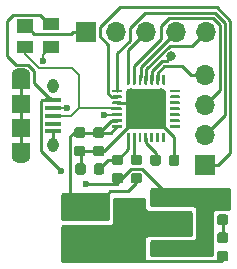
<source format=gbr>
G04 #@! TF.GenerationSoftware,KiCad,Pcbnew,(5.1.5)-2*
G04 #@! TF.CreationDate,2020-10-25T17:26:42-05:00*
G04 #@! TF.ProjectId,usbSerial,75736253-6572-4696-916c-2e6b69636164,rev?*
G04 #@! TF.SameCoordinates,Original*
G04 #@! TF.FileFunction,Copper,L1,Top*
G04 #@! TF.FilePolarity,Positive*
%FSLAX46Y46*%
G04 Gerber Fmt 4.6, Leading zero omitted, Abs format (unit mm)*
G04 Created by KiCad (PCBNEW (5.1.5)-2) date 2020-10-25 17:26:42*
%MOMM*%
%LPD*%
G04 APERTURE LIST*
%ADD10C,0.100000*%
%ADD11R,1.700000X1.700000*%
%ADD12O,1.700000X1.700000*%
%ADD13R,1.400000X1.200000*%
%ADD14R,1.400000X1.000000*%
%ADD15R,1.550000X1.200000*%
%ADD16R,1.350000X0.400000*%
%ADD17O,0.950000X1.250000*%
%ADD18O,1.550000X0.950000*%
%ADD19R,1.550000X1.500000*%
%ADD20C,0.800000*%
%ADD21C,0.600000*%
%ADD22C,0.250000*%
%ADD23C,0.152400*%
%ADD24C,0.254000*%
G04 APERTURE END LIST*
G04 #@! TA.AperFunction,SMDPad,CuDef*
D10*
G36*
X60977691Y-74151053D02*
G01*
X60998926Y-74154203D01*
X61019750Y-74159419D01*
X61039962Y-74166651D01*
X61059368Y-74175830D01*
X61077781Y-74186866D01*
X61095024Y-74199654D01*
X61110930Y-74214070D01*
X61125346Y-74229976D01*
X61138134Y-74247219D01*
X61149170Y-74265632D01*
X61158349Y-74285038D01*
X61165581Y-74305250D01*
X61170797Y-74326074D01*
X61173947Y-74347309D01*
X61175000Y-74368750D01*
X61175000Y-74806250D01*
X61173947Y-74827691D01*
X61170797Y-74848926D01*
X61165581Y-74869750D01*
X61158349Y-74889962D01*
X61149170Y-74909368D01*
X61138134Y-74927781D01*
X61125346Y-74945024D01*
X61110930Y-74960930D01*
X61095024Y-74975346D01*
X61077781Y-74988134D01*
X61059368Y-74999170D01*
X61039962Y-75008349D01*
X61019750Y-75015581D01*
X60998926Y-75020797D01*
X60977691Y-75023947D01*
X60956250Y-75025000D01*
X60443750Y-75025000D01*
X60422309Y-75023947D01*
X60401074Y-75020797D01*
X60380250Y-75015581D01*
X60360038Y-75008349D01*
X60340632Y-74999170D01*
X60322219Y-74988134D01*
X60304976Y-74975346D01*
X60289070Y-74960930D01*
X60274654Y-74945024D01*
X60261866Y-74927781D01*
X60250830Y-74909368D01*
X60241651Y-74889962D01*
X60234419Y-74869750D01*
X60229203Y-74848926D01*
X60226053Y-74827691D01*
X60225000Y-74806250D01*
X60225000Y-74368750D01*
X60226053Y-74347309D01*
X60229203Y-74326074D01*
X60234419Y-74305250D01*
X60241651Y-74285038D01*
X60250830Y-74265632D01*
X60261866Y-74247219D01*
X60274654Y-74229976D01*
X60289070Y-74214070D01*
X60304976Y-74199654D01*
X60322219Y-74186866D01*
X60340632Y-74175830D01*
X60360038Y-74166651D01*
X60380250Y-74159419D01*
X60401074Y-74154203D01*
X60422309Y-74151053D01*
X60443750Y-74150000D01*
X60956250Y-74150000D01*
X60977691Y-74151053D01*
G37*
G04 #@! TD.AperFunction*
G04 #@! TA.AperFunction,SMDPad,CuDef*
G36*
X60977691Y-72576053D02*
G01*
X60998926Y-72579203D01*
X61019750Y-72584419D01*
X61039962Y-72591651D01*
X61059368Y-72600830D01*
X61077781Y-72611866D01*
X61095024Y-72624654D01*
X61110930Y-72639070D01*
X61125346Y-72654976D01*
X61138134Y-72672219D01*
X61149170Y-72690632D01*
X61158349Y-72710038D01*
X61165581Y-72730250D01*
X61170797Y-72751074D01*
X61173947Y-72772309D01*
X61175000Y-72793750D01*
X61175000Y-73231250D01*
X61173947Y-73252691D01*
X61170797Y-73273926D01*
X61165581Y-73294750D01*
X61158349Y-73314962D01*
X61149170Y-73334368D01*
X61138134Y-73352781D01*
X61125346Y-73370024D01*
X61110930Y-73385930D01*
X61095024Y-73400346D01*
X61077781Y-73413134D01*
X61059368Y-73424170D01*
X61039962Y-73433349D01*
X61019750Y-73440581D01*
X60998926Y-73445797D01*
X60977691Y-73448947D01*
X60956250Y-73450000D01*
X60443750Y-73450000D01*
X60422309Y-73448947D01*
X60401074Y-73445797D01*
X60380250Y-73440581D01*
X60360038Y-73433349D01*
X60340632Y-73424170D01*
X60322219Y-73413134D01*
X60304976Y-73400346D01*
X60289070Y-73385930D01*
X60274654Y-73370024D01*
X60261866Y-73352781D01*
X60250830Y-73334368D01*
X60241651Y-73314962D01*
X60234419Y-73294750D01*
X60229203Y-73273926D01*
X60226053Y-73252691D01*
X60225000Y-73231250D01*
X60225000Y-72793750D01*
X60226053Y-72772309D01*
X60229203Y-72751074D01*
X60234419Y-72730250D01*
X60241651Y-72710038D01*
X60250830Y-72690632D01*
X60261866Y-72672219D01*
X60274654Y-72654976D01*
X60289070Y-72639070D01*
X60304976Y-72624654D01*
X60322219Y-72611866D01*
X60340632Y-72600830D01*
X60360038Y-72591651D01*
X60380250Y-72584419D01*
X60401074Y-72579203D01*
X60422309Y-72576053D01*
X60443750Y-72575000D01*
X60956250Y-72575000D01*
X60977691Y-72576053D01*
G37*
G04 #@! TD.AperFunction*
G04 #@! TA.AperFunction,SMDPad,CuDef*
G36*
X57777691Y-71851053D02*
G01*
X57798926Y-71854203D01*
X57819750Y-71859419D01*
X57839962Y-71866651D01*
X57859368Y-71875830D01*
X57877781Y-71886866D01*
X57895024Y-71899654D01*
X57910930Y-71914070D01*
X57925346Y-71929976D01*
X57938134Y-71947219D01*
X57949170Y-71965632D01*
X57958349Y-71985038D01*
X57965581Y-72005250D01*
X57970797Y-72026074D01*
X57973947Y-72047309D01*
X57975000Y-72068750D01*
X57975000Y-72506250D01*
X57973947Y-72527691D01*
X57970797Y-72548926D01*
X57965581Y-72569750D01*
X57958349Y-72589962D01*
X57949170Y-72609368D01*
X57938134Y-72627781D01*
X57925346Y-72645024D01*
X57910930Y-72660930D01*
X57895024Y-72675346D01*
X57877781Y-72688134D01*
X57859368Y-72699170D01*
X57839962Y-72708349D01*
X57819750Y-72715581D01*
X57798926Y-72720797D01*
X57777691Y-72723947D01*
X57756250Y-72725000D01*
X57243750Y-72725000D01*
X57222309Y-72723947D01*
X57201074Y-72720797D01*
X57180250Y-72715581D01*
X57160038Y-72708349D01*
X57140632Y-72699170D01*
X57122219Y-72688134D01*
X57104976Y-72675346D01*
X57089070Y-72660930D01*
X57074654Y-72645024D01*
X57061866Y-72627781D01*
X57050830Y-72609368D01*
X57041651Y-72589962D01*
X57034419Y-72569750D01*
X57029203Y-72548926D01*
X57026053Y-72527691D01*
X57025000Y-72506250D01*
X57025000Y-72068750D01*
X57026053Y-72047309D01*
X57029203Y-72026074D01*
X57034419Y-72005250D01*
X57041651Y-71985038D01*
X57050830Y-71965632D01*
X57061866Y-71947219D01*
X57074654Y-71929976D01*
X57089070Y-71914070D01*
X57104976Y-71899654D01*
X57122219Y-71886866D01*
X57140632Y-71875830D01*
X57160038Y-71866651D01*
X57180250Y-71859419D01*
X57201074Y-71854203D01*
X57222309Y-71851053D01*
X57243750Y-71850000D01*
X57756250Y-71850000D01*
X57777691Y-71851053D01*
G37*
G04 #@! TD.AperFunction*
G04 #@! TA.AperFunction,SMDPad,CuDef*
G36*
X57777691Y-70276053D02*
G01*
X57798926Y-70279203D01*
X57819750Y-70284419D01*
X57839962Y-70291651D01*
X57859368Y-70300830D01*
X57877781Y-70311866D01*
X57895024Y-70324654D01*
X57910930Y-70339070D01*
X57925346Y-70354976D01*
X57938134Y-70372219D01*
X57949170Y-70390632D01*
X57958349Y-70410038D01*
X57965581Y-70430250D01*
X57970797Y-70451074D01*
X57973947Y-70472309D01*
X57975000Y-70493750D01*
X57975000Y-70931250D01*
X57973947Y-70952691D01*
X57970797Y-70973926D01*
X57965581Y-70994750D01*
X57958349Y-71014962D01*
X57949170Y-71034368D01*
X57938134Y-71052781D01*
X57925346Y-71070024D01*
X57910930Y-71085930D01*
X57895024Y-71100346D01*
X57877781Y-71113134D01*
X57859368Y-71124170D01*
X57839962Y-71133349D01*
X57819750Y-71140581D01*
X57798926Y-71145797D01*
X57777691Y-71148947D01*
X57756250Y-71150000D01*
X57243750Y-71150000D01*
X57222309Y-71148947D01*
X57201074Y-71145797D01*
X57180250Y-71140581D01*
X57160038Y-71133349D01*
X57140632Y-71124170D01*
X57122219Y-71113134D01*
X57104976Y-71100346D01*
X57089070Y-71085930D01*
X57074654Y-71070024D01*
X57061866Y-71052781D01*
X57050830Y-71034368D01*
X57041651Y-71014962D01*
X57034419Y-70994750D01*
X57029203Y-70973926D01*
X57026053Y-70952691D01*
X57025000Y-70931250D01*
X57025000Y-70493750D01*
X57026053Y-70472309D01*
X57029203Y-70451074D01*
X57034419Y-70430250D01*
X57041651Y-70410038D01*
X57050830Y-70390632D01*
X57061866Y-70372219D01*
X57074654Y-70354976D01*
X57089070Y-70339070D01*
X57104976Y-70324654D01*
X57122219Y-70311866D01*
X57140632Y-70300830D01*
X57160038Y-70291651D01*
X57180250Y-70284419D01*
X57201074Y-70279203D01*
X57222309Y-70276053D01*
X57243750Y-70275000D01*
X57756250Y-70275000D01*
X57777691Y-70276053D01*
G37*
G04 #@! TD.AperFunction*
G04 #@! TA.AperFunction,SMDPad,CuDef*
G36*
X59377691Y-70276053D02*
G01*
X59398926Y-70279203D01*
X59419750Y-70284419D01*
X59439962Y-70291651D01*
X59459368Y-70300830D01*
X59477781Y-70311866D01*
X59495024Y-70324654D01*
X59510930Y-70339070D01*
X59525346Y-70354976D01*
X59538134Y-70372219D01*
X59549170Y-70390632D01*
X59558349Y-70410038D01*
X59565581Y-70430250D01*
X59570797Y-70451074D01*
X59573947Y-70472309D01*
X59575000Y-70493750D01*
X59575000Y-70931250D01*
X59573947Y-70952691D01*
X59570797Y-70973926D01*
X59565581Y-70994750D01*
X59558349Y-71014962D01*
X59549170Y-71034368D01*
X59538134Y-71052781D01*
X59525346Y-71070024D01*
X59510930Y-71085930D01*
X59495024Y-71100346D01*
X59477781Y-71113134D01*
X59459368Y-71124170D01*
X59439962Y-71133349D01*
X59419750Y-71140581D01*
X59398926Y-71145797D01*
X59377691Y-71148947D01*
X59356250Y-71150000D01*
X58843750Y-71150000D01*
X58822309Y-71148947D01*
X58801074Y-71145797D01*
X58780250Y-71140581D01*
X58760038Y-71133349D01*
X58740632Y-71124170D01*
X58722219Y-71113134D01*
X58704976Y-71100346D01*
X58689070Y-71085930D01*
X58674654Y-71070024D01*
X58661866Y-71052781D01*
X58650830Y-71034368D01*
X58641651Y-71014962D01*
X58634419Y-70994750D01*
X58629203Y-70973926D01*
X58626053Y-70952691D01*
X58625000Y-70931250D01*
X58625000Y-70493750D01*
X58626053Y-70472309D01*
X58629203Y-70451074D01*
X58634419Y-70430250D01*
X58641651Y-70410038D01*
X58650830Y-70390632D01*
X58661866Y-70372219D01*
X58674654Y-70354976D01*
X58689070Y-70339070D01*
X58704976Y-70324654D01*
X58722219Y-70311866D01*
X58740632Y-70300830D01*
X58760038Y-70291651D01*
X58780250Y-70284419D01*
X58801074Y-70279203D01*
X58822309Y-70276053D01*
X58843750Y-70275000D01*
X59356250Y-70275000D01*
X59377691Y-70276053D01*
G37*
G04 #@! TD.AperFunction*
G04 #@! TA.AperFunction,SMDPad,CuDef*
G36*
X59377691Y-71851053D02*
G01*
X59398926Y-71854203D01*
X59419750Y-71859419D01*
X59439962Y-71866651D01*
X59459368Y-71875830D01*
X59477781Y-71886866D01*
X59495024Y-71899654D01*
X59510930Y-71914070D01*
X59525346Y-71929976D01*
X59538134Y-71947219D01*
X59549170Y-71965632D01*
X59558349Y-71985038D01*
X59565581Y-72005250D01*
X59570797Y-72026074D01*
X59573947Y-72047309D01*
X59575000Y-72068750D01*
X59575000Y-72506250D01*
X59573947Y-72527691D01*
X59570797Y-72548926D01*
X59565581Y-72569750D01*
X59558349Y-72589962D01*
X59549170Y-72609368D01*
X59538134Y-72627781D01*
X59525346Y-72645024D01*
X59510930Y-72660930D01*
X59495024Y-72675346D01*
X59477781Y-72688134D01*
X59459368Y-72699170D01*
X59439962Y-72708349D01*
X59419750Y-72715581D01*
X59398926Y-72720797D01*
X59377691Y-72723947D01*
X59356250Y-72725000D01*
X58843750Y-72725000D01*
X58822309Y-72723947D01*
X58801074Y-72720797D01*
X58780250Y-72715581D01*
X58760038Y-72708349D01*
X58740632Y-72699170D01*
X58722219Y-72688134D01*
X58704976Y-72675346D01*
X58689070Y-72660930D01*
X58674654Y-72645024D01*
X58661866Y-72627781D01*
X58650830Y-72609368D01*
X58641651Y-72589962D01*
X58634419Y-72569750D01*
X58629203Y-72548926D01*
X58626053Y-72527691D01*
X58625000Y-72506250D01*
X58625000Y-72068750D01*
X58626053Y-72047309D01*
X58629203Y-72026074D01*
X58634419Y-72005250D01*
X58641651Y-71985038D01*
X58650830Y-71965632D01*
X58661866Y-71947219D01*
X58674654Y-71929976D01*
X58689070Y-71914070D01*
X58704976Y-71899654D01*
X58722219Y-71886866D01*
X58740632Y-71875830D01*
X58760038Y-71866651D01*
X58780250Y-71859419D01*
X58801074Y-71854203D01*
X58822309Y-71851053D01*
X58843750Y-71850000D01*
X59356250Y-71850000D01*
X59377691Y-71851053D01*
G37*
G04 #@! TD.AperFunction*
G04 #@! TA.AperFunction,SMDPad,CuDef*
G36*
X57377691Y-77176053D02*
G01*
X57398926Y-77179203D01*
X57419750Y-77184419D01*
X57439962Y-77191651D01*
X57459368Y-77200830D01*
X57477781Y-77211866D01*
X57495024Y-77224654D01*
X57510930Y-77239070D01*
X57525346Y-77254976D01*
X57538134Y-77272219D01*
X57549170Y-77290632D01*
X57558349Y-77310038D01*
X57565581Y-77330250D01*
X57570797Y-77351074D01*
X57573947Y-77372309D01*
X57575000Y-77393750D01*
X57575000Y-77831250D01*
X57573947Y-77852691D01*
X57570797Y-77873926D01*
X57565581Y-77894750D01*
X57558349Y-77914962D01*
X57549170Y-77934368D01*
X57538134Y-77952781D01*
X57525346Y-77970024D01*
X57510930Y-77985930D01*
X57495024Y-78000346D01*
X57477781Y-78013134D01*
X57459368Y-78024170D01*
X57439962Y-78033349D01*
X57419750Y-78040581D01*
X57398926Y-78045797D01*
X57377691Y-78048947D01*
X57356250Y-78050000D01*
X56843750Y-78050000D01*
X56822309Y-78048947D01*
X56801074Y-78045797D01*
X56780250Y-78040581D01*
X56760038Y-78033349D01*
X56740632Y-78024170D01*
X56722219Y-78013134D01*
X56704976Y-78000346D01*
X56689070Y-77985930D01*
X56674654Y-77970024D01*
X56661866Y-77952781D01*
X56650830Y-77934368D01*
X56641651Y-77914962D01*
X56634419Y-77894750D01*
X56629203Y-77873926D01*
X56626053Y-77852691D01*
X56625000Y-77831250D01*
X56625000Y-77393750D01*
X56626053Y-77372309D01*
X56629203Y-77351074D01*
X56634419Y-77330250D01*
X56641651Y-77310038D01*
X56650830Y-77290632D01*
X56661866Y-77272219D01*
X56674654Y-77254976D01*
X56689070Y-77239070D01*
X56704976Y-77224654D01*
X56722219Y-77211866D01*
X56740632Y-77200830D01*
X56760038Y-77191651D01*
X56780250Y-77184419D01*
X56801074Y-77179203D01*
X56822309Y-77176053D01*
X56843750Y-77175000D01*
X57356250Y-77175000D01*
X57377691Y-77176053D01*
G37*
G04 #@! TD.AperFunction*
G04 #@! TA.AperFunction,SMDPad,CuDef*
G36*
X57377691Y-78751053D02*
G01*
X57398926Y-78754203D01*
X57419750Y-78759419D01*
X57439962Y-78766651D01*
X57459368Y-78775830D01*
X57477781Y-78786866D01*
X57495024Y-78799654D01*
X57510930Y-78814070D01*
X57525346Y-78829976D01*
X57538134Y-78847219D01*
X57549170Y-78865632D01*
X57558349Y-78885038D01*
X57565581Y-78905250D01*
X57570797Y-78926074D01*
X57573947Y-78947309D01*
X57575000Y-78968750D01*
X57575000Y-79406250D01*
X57573947Y-79427691D01*
X57570797Y-79448926D01*
X57565581Y-79469750D01*
X57558349Y-79489962D01*
X57549170Y-79509368D01*
X57538134Y-79527781D01*
X57525346Y-79545024D01*
X57510930Y-79560930D01*
X57495024Y-79575346D01*
X57477781Y-79588134D01*
X57459368Y-79599170D01*
X57439962Y-79608349D01*
X57419750Y-79615581D01*
X57398926Y-79620797D01*
X57377691Y-79623947D01*
X57356250Y-79625000D01*
X56843750Y-79625000D01*
X56822309Y-79623947D01*
X56801074Y-79620797D01*
X56780250Y-79615581D01*
X56760038Y-79608349D01*
X56740632Y-79599170D01*
X56722219Y-79588134D01*
X56704976Y-79575346D01*
X56689070Y-79560930D01*
X56674654Y-79545024D01*
X56661866Y-79527781D01*
X56650830Y-79509368D01*
X56641651Y-79489962D01*
X56634419Y-79469750D01*
X56629203Y-79448926D01*
X56626053Y-79427691D01*
X56625000Y-79406250D01*
X56625000Y-78968750D01*
X56626053Y-78947309D01*
X56629203Y-78926074D01*
X56634419Y-78905250D01*
X56641651Y-78885038D01*
X56650830Y-78865632D01*
X56661866Y-78847219D01*
X56674654Y-78829976D01*
X56689070Y-78814070D01*
X56704976Y-78799654D01*
X56722219Y-78786866D01*
X56740632Y-78775830D01*
X56760038Y-78766651D01*
X56780250Y-78759419D01*
X56801074Y-78754203D01*
X56822309Y-78751053D01*
X56843750Y-78750000D01*
X57356250Y-78750000D01*
X57377691Y-78751053D01*
G37*
G04 #@! TD.AperFunction*
G04 #@! TA.AperFunction,SMDPad,CuDef*
G36*
X66577691Y-77651053D02*
G01*
X66598926Y-77654203D01*
X66619750Y-77659419D01*
X66639962Y-77666651D01*
X66659368Y-77675830D01*
X66677781Y-77686866D01*
X66695024Y-77699654D01*
X66710930Y-77714070D01*
X66725346Y-77729976D01*
X66738134Y-77747219D01*
X66749170Y-77765632D01*
X66758349Y-77785038D01*
X66765581Y-77805250D01*
X66770797Y-77826074D01*
X66773947Y-77847309D01*
X66775000Y-77868750D01*
X66775000Y-78306250D01*
X66773947Y-78327691D01*
X66770797Y-78348926D01*
X66765581Y-78369750D01*
X66758349Y-78389962D01*
X66749170Y-78409368D01*
X66738134Y-78427781D01*
X66725346Y-78445024D01*
X66710930Y-78460930D01*
X66695024Y-78475346D01*
X66677781Y-78488134D01*
X66659368Y-78499170D01*
X66639962Y-78508349D01*
X66619750Y-78515581D01*
X66598926Y-78520797D01*
X66577691Y-78523947D01*
X66556250Y-78525000D01*
X66043750Y-78525000D01*
X66022309Y-78523947D01*
X66001074Y-78520797D01*
X65980250Y-78515581D01*
X65960038Y-78508349D01*
X65940632Y-78499170D01*
X65922219Y-78488134D01*
X65904976Y-78475346D01*
X65889070Y-78460930D01*
X65874654Y-78445024D01*
X65861866Y-78427781D01*
X65850830Y-78409368D01*
X65841651Y-78389962D01*
X65834419Y-78369750D01*
X65829203Y-78348926D01*
X65826053Y-78327691D01*
X65825000Y-78306250D01*
X65825000Y-77868750D01*
X65826053Y-77847309D01*
X65829203Y-77826074D01*
X65834419Y-77805250D01*
X65841651Y-77785038D01*
X65850830Y-77765632D01*
X65861866Y-77747219D01*
X65874654Y-77729976D01*
X65889070Y-77714070D01*
X65904976Y-77699654D01*
X65922219Y-77686866D01*
X65940632Y-77675830D01*
X65960038Y-77666651D01*
X65980250Y-77659419D01*
X66001074Y-77654203D01*
X66022309Y-77651053D01*
X66043750Y-77650000D01*
X66556250Y-77650000D01*
X66577691Y-77651053D01*
G37*
G04 #@! TD.AperFunction*
G04 #@! TA.AperFunction,SMDPad,CuDef*
G36*
X66577691Y-76076053D02*
G01*
X66598926Y-76079203D01*
X66619750Y-76084419D01*
X66639962Y-76091651D01*
X66659368Y-76100830D01*
X66677781Y-76111866D01*
X66695024Y-76124654D01*
X66710930Y-76139070D01*
X66725346Y-76154976D01*
X66738134Y-76172219D01*
X66749170Y-76190632D01*
X66758349Y-76210038D01*
X66765581Y-76230250D01*
X66770797Y-76251074D01*
X66773947Y-76272309D01*
X66775000Y-76293750D01*
X66775000Y-76731250D01*
X66773947Y-76752691D01*
X66770797Y-76773926D01*
X66765581Y-76794750D01*
X66758349Y-76814962D01*
X66749170Y-76834368D01*
X66738134Y-76852781D01*
X66725346Y-76870024D01*
X66710930Y-76885930D01*
X66695024Y-76900346D01*
X66677781Y-76913134D01*
X66659368Y-76924170D01*
X66639962Y-76933349D01*
X66619750Y-76940581D01*
X66598926Y-76945797D01*
X66577691Y-76948947D01*
X66556250Y-76950000D01*
X66043750Y-76950000D01*
X66022309Y-76948947D01*
X66001074Y-76945797D01*
X65980250Y-76940581D01*
X65960038Y-76933349D01*
X65940632Y-76924170D01*
X65922219Y-76913134D01*
X65904976Y-76900346D01*
X65889070Y-76885930D01*
X65874654Y-76870024D01*
X65861866Y-76852781D01*
X65850830Y-76834368D01*
X65841651Y-76814962D01*
X65834419Y-76794750D01*
X65829203Y-76773926D01*
X65826053Y-76752691D01*
X65825000Y-76731250D01*
X65825000Y-76293750D01*
X65826053Y-76272309D01*
X65829203Y-76251074D01*
X65834419Y-76230250D01*
X65841651Y-76210038D01*
X65850830Y-76190632D01*
X65861866Y-76172219D01*
X65874654Y-76154976D01*
X65889070Y-76139070D01*
X65904976Y-76124654D01*
X65922219Y-76111866D01*
X65940632Y-76100830D01*
X65960038Y-76091651D01*
X65980250Y-76084419D01*
X66001074Y-76079203D01*
X66022309Y-76076053D01*
X66043750Y-76075000D01*
X66556250Y-76075000D01*
X66577691Y-76076053D01*
G37*
G04 #@! TD.AperFunction*
G04 #@! TA.AperFunction,SMDPad,CuDef*
G36*
X69877691Y-77651053D02*
G01*
X69898926Y-77654203D01*
X69919750Y-77659419D01*
X69939962Y-77666651D01*
X69959368Y-77675830D01*
X69977781Y-77686866D01*
X69995024Y-77699654D01*
X70010930Y-77714070D01*
X70025346Y-77729976D01*
X70038134Y-77747219D01*
X70049170Y-77765632D01*
X70058349Y-77785038D01*
X70065581Y-77805250D01*
X70070797Y-77826074D01*
X70073947Y-77847309D01*
X70075000Y-77868750D01*
X70075000Y-78306250D01*
X70073947Y-78327691D01*
X70070797Y-78348926D01*
X70065581Y-78369750D01*
X70058349Y-78389962D01*
X70049170Y-78409368D01*
X70038134Y-78427781D01*
X70025346Y-78445024D01*
X70010930Y-78460930D01*
X69995024Y-78475346D01*
X69977781Y-78488134D01*
X69959368Y-78499170D01*
X69939962Y-78508349D01*
X69919750Y-78515581D01*
X69898926Y-78520797D01*
X69877691Y-78523947D01*
X69856250Y-78525000D01*
X69343750Y-78525000D01*
X69322309Y-78523947D01*
X69301074Y-78520797D01*
X69280250Y-78515581D01*
X69260038Y-78508349D01*
X69240632Y-78499170D01*
X69222219Y-78488134D01*
X69204976Y-78475346D01*
X69189070Y-78460930D01*
X69174654Y-78445024D01*
X69161866Y-78427781D01*
X69150830Y-78409368D01*
X69141651Y-78389962D01*
X69134419Y-78369750D01*
X69129203Y-78348926D01*
X69126053Y-78327691D01*
X69125000Y-78306250D01*
X69125000Y-77868750D01*
X69126053Y-77847309D01*
X69129203Y-77826074D01*
X69134419Y-77805250D01*
X69141651Y-77785038D01*
X69150830Y-77765632D01*
X69161866Y-77747219D01*
X69174654Y-77729976D01*
X69189070Y-77714070D01*
X69204976Y-77699654D01*
X69222219Y-77686866D01*
X69240632Y-77675830D01*
X69260038Y-77666651D01*
X69280250Y-77659419D01*
X69301074Y-77654203D01*
X69322309Y-77651053D01*
X69343750Y-77650000D01*
X69856250Y-77650000D01*
X69877691Y-77651053D01*
G37*
G04 #@! TD.AperFunction*
G04 #@! TA.AperFunction,SMDPad,CuDef*
G36*
X69877691Y-76076053D02*
G01*
X69898926Y-76079203D01*
X69919750Y-76084419D01*
X69939962Y-76091651D01*
X69959368Y-76100830D01*
X69977781Y-76111866D01*
X69995024Y-76124654D01*
X70010930Y-76139070D01*
X70025346Y-76154976D01*
X70038134Y-76172219D01*
X70049170Y-76190632D01*
X70058349Y-76210038D01*
X70065581Y-76230250D01*
X70070797Y-76251074D01*
X70073947Y-76272309D01*
X70075000Y-76293750D01*
X70075000Y-76731250D01*
X70073947Y-76752691D01*
X70070797Y-76773926D01*
X70065581Y-76794750D01*
X70058349Y-76814962D01*
X70049170Y-76834368D01*
X70038134Y-76852781D01*
X70025346Y-76870024D01*
X70010930Y-76885930D01*
X69995024Y-76900346D01*
X69977781Y-76913134D01*
X69959368Y-76924170D01*
X69939962Y-76933349D01*
X69919750Y-76940581D01*
X69898926Y-76945797D01*
X69877691Y-76948947D01*
X69856250Y-76950000D01*
X69343750Y-76950000D01*
X69322309Y-76948947D01*
X69301074Y-76945797D01*
X69280250Y-76940581D01*
X69260038Y-76933349D01*
X69240632Y-76924170D01*
X69222219Y-76913134D01*
X69204976Y-76900346D01*
X69189070Y-76885930D01*
X69174654Y-76870024D01*
X69161866Y-76852781D01*
X69150830Y-76834368D01*
X69141651Y-76814962D01*
X69134419Y-76794750D01*
X69129203Y-76773926D01*
X69126053Y-76752691D01*
X69125000Y-76731250D01*
X69125000Y-76293750D01*
X69126053Y-76272309D01*
X69129203Y-76251074D01*
X69134419Y-76230250D01*
X69141651Y-76210038D01*
X69150830Y-76190632D01*
X69161866Y-76172219D01*
X69174654Y-76154976D01*
X69189070Y-76139070D01*
X69204976Y-76124654D01*
X69222219Y-76111866D01*
X69240632Y-76100830D01*
X69260038Y-76091651D01*
X69280250Y-76084419D01*
X69301074Y-76079203D01*
X69322309Y-76076053D01*
X69343750Y-76075000D01*
X69856250Y-76075000D01*
X69877691Y-76076053D01*
G37*
G04 #@! TD.AperFunction*
D11*
X68100000Y-73480000D03*
D12*
X68100000Y-70940000D03*
X68100000Y-68400000D03*
X68100000Y-65860000D03*
D11*
X58020000Y-62200000D03*
D12*
X60560000Y-62200000D03*
X63100000Y-62200000D03*
X65640000Y-62200000D03*
X68180000Y-62200000D03*
G04 #@! TA.AperFunction,SMDPad,CuDef*
D10*
G36*
X59377691Y-73326053D02*
G01*
X59398926Y-73329203D01*
X59419750Y-73334419D01*
X59439962Y-73341651D01*
X59459368Y-73350830D01*
X59477781Y-73361866D01*
X59495024Y-73374654D01*
X59510930Y-73389070D01*
X59525346Y-73404976D01*
X59538134Y-73422219D01*
X59549170Y-73440632D01*
X59558349Y-73460038D01*
X59565581Y-73480250D01*
X59570797Y-73501074D01*
X59573947Y-73522309D01*
X59575000Y-73543750D01*
X59575000Y-74056250D01*
X59573947Y-74077691D01*
X59570797Y-74098926D01*
X59565581Y-74119750D01*
X59558349Y-74139962D01*
X59549170Y-74159368D01*
X59538134Y-74177781D01*
X59525346Y-74195024D01*
X59510930Y-74210930D01*
X59495024Y-74225346D01*
X59477781Y-74238134D01*
X59459368Y-74249170D01*
X59439962Y-74258349D01*
X59419750Y-74265581D01*
X59398926Y-74270797D01*
X59377691Y-74273947D01*
X59356250Y-74275000D01*
X58918750Y-74275000D01*
X58897309Y-74273947D01*
X58876074Y-74270797D01*
X58855250Y-74265581D01*
X58835038Y-74258349D01*
X58815632Y-74249170D01*
X58797219Y-74238134D01*
X58779976Y-74225346D01*
X58764070Y-74210930D01*
X58749654Y-74195024D01*
X58736866Y-74177781D01*
X58725830Y-74159368D01*
X58716651Y-74139962D01*
X58709419Y-74119750D01*
X58704203Y-74098926D01*
X58701053Y-74077691D01*
X58700000Y-74056250D01*
X58700000Y-73543750D01*
X58701053Y-73522309D01*
X58704203Y-73501074D01*
X58709419Y-73480250D01*
X58716651Y-73460038D01*
X58725830Y-73440632D01*
X58736866Y-73422219D01*
X58749654Y-73404976D01*
X58764070Y-73389070D01*
X58779976Y-73374654D01*
X58797219Y-73361866D01*
X58815632Y-73350830D01*
X58835038Y-73341651D01*
X58855250Y-73334419D01*
X58876074Y-73329203D01*
X58897309Y-73326053D01*
X58918750Y-73325000D01*
X59356250Y-73325000D01*
X59377691Y-73326053D01*
G37*
G04 #@! TD.AperFunction*
G04 #@! TA.AperFunction,SMDPad,CuDef*
G36*
X57802691Y-73326053D02*
G01*
X57823926Y-73329203D01*
X57844750Y-73334419D01*
X57864962Y-73341651D01*
X57884368Y-73350830D01*
X57902781Y-73361866D01*
X57920024Y-73374654D01*
X57935930Y-73389070D01*
X57950346Y-73404976D01*
X57963134Y-73422219D01*
X57974170Y-73440632D01*
X57983349Y-73460038D01*
X57990581Y-73480250D01*
X57995797Y-73501074D01*
X57998947Y-73522309D01*
X58000000Y-73543750D01*
X58000000Y-74056250D01*
X57998947Y-74077691D01*
X57995797Y-74098926D01*
X57990581Y-74119750D01*
X57983349Y-74139962D01*
X57974170Y-74159368D01*
X57963134Y-74177781D01*
X57950346Y-74195024D01*
X57935930Y-74210930D01*
X57920024Y-74225346D01*
X57902781Y-74238134D01*
X57884368Y-74249170D01*
X57864962Y-74258349D01*
X57844750Y-74265581D01*
X57823926Y-74270797D01*
X57802691Y-74273947D01*
X57781250Y-74275000D01*
X57343750Y-74275000D01*
X57322309Y-74273947D01*
X57301074Y-74270797D01*
X57280250Y-74265581D01*
X57260038Y-74258349D01*
X57240632Y-74249170D01*
X57222219Y-74238134D01*
X57204976Y-74225346D01*
X57189070Y-74210930D01*
X57174654Y-74195024D01*
X57161866Y-74177781D01*
X57150830Y-74159368D01*
X57141651Y-74139962D01*
X57134419Y-74119750D01*
X57129203Y-74098926D01*
X57126053Y-74077691D01*
X57125000Y-74056250D01*
X57125000Y-73543750D01*
X57126053Y-73522309D01*
X57129203Y-73501074D01*
X57134419Y-73480250D01*
X57141651Y-73460038D01*
X57150830Y-73440632D01*
X57161866Y-73422219D01*
X57174654Y-73404976D01*
X57189070Y-73389070D01*
X57204976Y-73374654D01*
X57222219Y-73361866D01*
X57240632Y-73350830D01*
X57260038Y-73341651D01*
X57280250Y-73334419D01*
X57301074Y-73329203D01*
X57322309Y-73326053D01*
X57343750Y-73325000D01*
X57781250Y-73325000D01*
X57802691Y-73326053D01*
G37*
G04 #@! TD.AperFunction*
G04 #@! TA.AperFunction,SMDPad,CuDef*
G36*
X62577691Y-72576053D02*
G01*
X62598926Y-72579203D01*
X62619750Y-72584419D01*
X62639962Y-72591651D01*
X62659368Y-72600830D01*
X62677781Y-72611866D01*
X62695024Y-72624654D01*
X62710930Y-72639070D01*
X62725346Y-72654976D01*
X62738134Y-72672219D01*
X62749170Y-72690632D01*
X62758349Y-72710038D01*
X62765581Y-72730250D01*
X62770797Y-72751074D01*
X62773947Y-72772309D01*
X62775000Y-72793750D01*
X62775000Y-73231250D01*
X62773947Y-73252691D01*
X62770797Y-73273926D01*
X62765581Y-73294750D01*
X62758349Y-73314962D01*
X62749170Y-73334368D01*
X62738134Y-73352781D01*
X62725346Y-73370024D01*
X62710930Y-73385930D01*
X62695024Y-73400346D01*
X62677781Y-73413134D01*
X62659368Y-73424170D01*
X62639962Y-73433349D01*
X62619750Y-73440581D01*
X62598926Y-73445797D01*
X62577691Y-73448947D01*
X62556250Y-73450000D01*
X62043750Y-73450000D01*
X62022309Y-73448947D01*
X62001074Y-73445797D01*
X61980250Y-73440581D01*
X61960038Y-73433349D01*
X61940632Y-73424170D01*
X61922219Y-73413134D01*
X61904976Y-73400346D01*
X61889070Y-73385930D01*
X61874654Y-73370024D01*
X61861866Y-73352781D01*
X61850830Y-73334368D01*
X61841651Y-73314962D01*
X61834419Y-73294750D01*
X61829203Y-73273926D01*
X61826053Y-73252691D01*
X61825000Y-73231250D01*
X61825000Y-72793750D01*
X61826053Y-72772309D01*
X61829203Y-72751074D01*
X61834419Y-72730250D01*
X61841651Y-72710038D01*
X61850830Y-72690632D01*
X61861866Y-72672219D01*
X61874654Y-72654976D01*
X61889070Y-72639070D01*
X61904976Y-72624654D01*
X61922219Y-72611866D01*
X61940632Y-72600830D01*
X61960038Y-72591651D01*
X61980250Y-72584419D01*
X62001074Y-72579203D01*
X62022309Y-72576053D01*
X62043750Y-72575000D01*
X62556250Y-72575000D01*
X62577691Y-72576053D01*
G37*
G04 #@! TD.AperFunction*
G04 #@! TA.AperFunction,SMDPad,CuDef*
G36*
X62577691Y-74151053D02*
G01*
X62598926Y-74154203D01*
X62619750Y-74159419D01*
X62639962Y-74166651D01*
X62659368Y-74175830D01*
X62677781Y-74186866D01*
X62695024Y-74199654D01*
X62710930Y-74214070D01*
X62725346Y-74229976D01*
X62738134Y-74247219D01*
X62749170Y-74265632D01*
X62758349Y-74285038D01*
X62765581Y-74305250D01*
X62770797Y-74326074D01*
X62773947Y-74347309D01*
X62775000Y-74368750D01*
X62775000Y-74806250D01*
X62773947Y-74827691D01*
X62770797Y-74848926D01*
X62765581Y-74869750D01*
X62758349Y-74889962D01*
X62749170Y-74909368D01*
X62738134Y-74927781D01*
X62725346Y-74945024D01*
X62710930Y-74960930D01*
X62695024Y-74975346D01*
X62677781Y-74988134D01*
X62659368Y-74999170D01*
X62639962Y-75008349D01*
X62619750Y-75015581D01*
X62598926Y-75020797D01*
X62577691Y-75023947D01*
X62556250Y-75025000D01*
X62043750Y-75025000D01*
X62022309Y-75023947D01*
X62001074Y-75020797D01*
X61980250Y-75015581D01*
X61960038Y-75008349D01*
X61940632Y-74999170D01*
X61922219Y-74988134D01*
X61904976Y-74975346D01*
X61889070Y-74960930D01*
X61874654Y-74945024D01*
X61861866Y-74927781D01*
X61850830Y-74909368D01*
X61841651Y-74889962D01*
X61834419Y-74869750D01*
X61829203Y-74848926D01*
X61826053Y-74827691D01*
X61825000Y-74806250D01*
X61825000Y-74368750D01*
X61826053Y-74347309D01*
X61829203Y-74326074D01*
X61834419Y-74305250D01*
X61841651Y-74285038D01*
X61850830Y-74265632D01*
X61861866Y-74247219D01*
X61874654Y-74229976D01*
X61889070Y-74214070D01*
X61904976Y-74199654D01*
X61922219Y-74186866D01*
X61940632Y-74175830D01*
X61960038Y-74166651D01*
X61980250Y-74159419D01*
X62001074Y-74154203D01*
X62022309Y-74151053D01*
X62043750Y-74150000D01*
X62556250Y-74150000D01*
X62577691Y-74151053D01*
G37*
G04 #@! TD.AperFunction*
G04 #@! TA.AperFunction,SMDPad,CuDef*
G36*
X64152691Y-72576053D02*
G01*
X64173926Y-72579203D01*
X64194750Y-72584419D01*
X64214962Y-72591651D01*
X64234368Y-72600830D01*
X64252781Y-72611866D01*
X64270024Y-72624654D01*
X64285930Y-72639070D01*
X64300346Y-72654976D01*
X64313134Y-72672219D01*
X64324170Y-72690632D01*
X64333349Y-72710038D01*
X64340581Y-72730250D01*
X64345797Y-72751074D01*
X64348947Y-72772309D01*
X64350000Y-72793750D01*
X64350000Y-73306250D01*
X64348947Y-73327691D01*
X64345797Y-73348926D01*
X64340581Y-73369750D01*
X64333349Y-73389962D01*
X64324170Y-73409368D01*
X64313134Y-73427781D01*
X64300346Y-73445024D01*
X64285930Y-73460930D01*
X64270024Y-73475346D01*
X64252781Y-73488134D01*
X64234368Y-73499170D01*
X64214962Y-73508349D01*
X64194750Y-73515581D01*
X64173926Y-73520797D01*
X64152691Y-73523947D01*
X64131250Y-73525000D01*
X63693750Y-73525000D01*
X63672309Y-73523947D01*
X63651074Y-73520797D01*
X63630250Y-73515581D01*
X63610038Y-73508349D01*
X63590632Y-73499170D01*
X63572219Y-73488134D01*
X63554976Y-73475346D01*
X63539070Y-73460930D01*
X63524654Y-73445024D01*
X63511866Y-73427781D01*
X63500830Y-73409368D01*
X63491651Y-73389962D01*
X63484419Y-73369750D01*
X63479203Y-73348926D01*
X63476053Y-73327691D01*
X63475000Y-73306250D01*
X63475000Y-72793750D01*
X63476053Y-72772309D01*
X63479203Y-72751074D01*
X63484419Y-72730250D01*
X63491651Y-72710038D01*
X63500830Y-72690632D01*
X63511866Y-72672219D01*
X63524654Y-72654976D01*
X63539070Y-72639070D01*
X63554976Y-72624654D01*
X63572219Y-72611866D01*
X63590632Y-72600830D01*
X63610038Y-72591651D01*
X63630250Y-72584419D01*
X63651074Y-72579203D01*
X63672309Y-72576053D01*
X63693750Y-72575000D01*
X64131250Y-72575000D01*
X64152691Y-72576053D01*
G37*
G04 #@! TD.AperFunction*
G04 #@! TA.AperFunction,SMDPad,CuDef*
G36*
X65727691Y-72576053D02*
G01*
X65748926Y-72579203D01*
X65769750Y-72584419D01*
X65789962Y-72591651D01*
X65809368Y-72600830D01*
X65827781Y-72611866D01*
X65845024Y-72624654D01*
X65860930Y-72639070D01*
X65875346Y-72654976D01*
X65888134Y-72672219D01*
X65899170Y-72690632D01*
X65908349Y-72710038D01*
X65915581Y-72730250D01*
X65920797Y-72751074D01*
X65923947Y-72772309D01*
X65925000Y-72793750D01*
X65925000Y-73306250D01*
X65923947Y-73327691D01*
X65920797Y-73348926D01*
X65915581Y-73369750D01*
X65908349Y-73389962D01*
X65899170Y-73409368D01*
X65888134Y-73427781D01*
X65875346Y-73445024D01*
X65860930Y-73460930D01*
X65845024Y-73475346D01*
X65827781Y-73488134D01*
X65809368Y-73499170D01*
X65789962Y-73508349D01*
X65769750Y-73515581D01*
X65748926Y-73520797D01*
X65727691Y-73523947D01*
X65706250Y-73525000D01*
X65268750Y-73525000D01*
X65247309Y-73523947D01*
X65226074Y-73520797D01*
X65205250Y-73515581D01*
X65185038Y-73508349D01*
X65165632Y-73499170D01*
X65147219Y-73488134D01*
X65129976Y-73475346D01*
X65114070Y-73460930D01*
X65099654Y-73445024D01*
X65086866Y-73427781D01*
X65075830Y-73409368D01*
X65066651Y-73389962D01*
X65059419Y-73369750D01*
X65054203Y-73348926D01*
X65051053Y-73327691D01*
X65050000Y-73306250D01*
X65050000Y-72793750D01*
X65051053Y-72772309D01*
X65054203Y-72751074D01*
X65059419Y-72730250D01*
X65066651Y-72710038D01*
X65075830Y-72690632D01*
X65086866Y-72672219D01*
X65099654Y-72654976D01*
X65114070Y-72639070D01*
X65129976Y-72624654D01*
X65147219Y-72611866D01*
X65165632Y-72600830D01*
X65185038Y-72591651D01*
X65205250Y-72584419D01*
X65226074Y-72579203D01*
X65247309Y-72576053D01*
X65268750Y-72575000D01*
X65706250Y-72575000D01*
X65727691Y-72576053D01*
G37*
G04 #@! TD.AperFunction*
G04 #@! TA.AperFunction,SMDPad,CuDef*
G36*
X69877691Y-79176053D02*
G01*
X69898926Y-79179203D01*
X69919750Y-79184419D01*
X69939962Y-79191651D01*
X69959368Y-79200830D01*
X69977781Y-79211866D01*
X69995024Y-79224654D01*
X70010930Y-79239070D01*
X70025346Y-79254976D01*
X70038134Y-79272219D01*
X70049170Y-79290632D01*
X70058349Y-79310038D01*
X70065581Y-79330250D01*
X70070797Y-79351074D01*
X70073947Y-79372309D01*
X70075000Y-79393750D01*
X70075000Y-79831250D01*
X70073947Y-79852691D01*
X70070797Y-79873926D01*
X70065581Y-79894750D01*
X70058349Y-79914962D01*
X70049170Y-79934368D01*
X70038134Y-79952781D01*
X70025346Y-79970024D01*
X70010930Y-79985930D01*
X69995024Y-80000346D01*
X69977781Y-80013134D01*
X69959368Y-80024170D01*
X69939962Y-80033349D01*
X69919750Y-80040581D01*
X69898926Y-80045797D01*
X69877691Y-80048947D01*
X69856250Y-80050000D01*
X69343750Y-80050000D01*
X69322309Y-80048947D01*
X69301074Y-80045797D01*
X69280250Y-80040581D01*
X69260038Y-80033349D01*
X69240632Y-80024170D01*
X69222219Y-80013134D01*
X69204976Y-80000346D01*
X69189070Y-79985930D01*
X69174654Y-79970024D01*
X69161866Y-79952781D01*
X69150830Y-79934368D01*
X69141651Y-79914962D01*
X69134419Y-79894750D01*
X69129203Y-79873926D01*
X69126053Y-79852691D01*
X69125000Y-79831250D01*
X69125000Y-79393750D01*
X69126053Y-79372309D01*
X69129203Y-79351074D01*
X69134419Y-79330250D01*
X69141651Y-79310038D01*
X69150830Y-79290632D01*
X69161866Y-79272219D01*
X69174654Y-79254976D01*
X69189070Y-79239070D01*
X69204976Y-79224654D01*
X69222219Y-79211866D01*
X69240632Y-79200830D01*
X69260038Y-79191651D01*
X69280250Y-79184419D01*
X69301074Y-79179203D01*
X69322309Y-79176053D01*
X69343750Y-79175000D01*
X69856250Y-79175000D01*
X69877691Y-79176053D01*
G37*
G04 #@! TD.AperFunction*
G04 #@! TA.AperFunction,SMDPad,CuDef*
G36*
X69877691Y-80751053D02*
G01*
X69898926Y-80754203D01*
X69919750Y-80759419D01*
X69939962Y-80766651D01*
X69959368Y-80775830D01*
X69977781Y-80786866D01*
X69995024Y-80799654D01*
X70010930Y-80814070D01*
X70025346Y-80829976D01*
X70038134Y-80847219D01*
X70049170Y-80865632D01*
X70058349Y-80885038D01*
X70065581Y-80905250D01*
X70070797Y-80926074D01*
X70073947Y-80947309D01*
X70075000Y-80968750D01*
X70075000Y-81406250D01*
X70073947Y-81427691D01*
X70070797Y-81448926D01*
X70065581Y-81469750D01*
X70058349Y-81489962D01*
X70049170Y-81509368D01*
X70038134Y-81527781D01*
X70025346Y-81545024D01*
X70010930Y-81560930D01*
X69995024Y-81575346D01*
X69977781Y-81588134D01*
X69959368Y-81599170D01*
X69939962Y-81608349D01*
X69919750Y-81615581D01*
X69898926Y-81620797D01*
X69877691Y-81623947D01*
X69856250Y-81625000D01*
X69343750Y-81625000D01*
X69322309Y-81623947D01*
X69301074Y-81620797D01*
X69280250Y-81615581D01*
X69260038Y-81608349D01*
X69240632Y-81599170D01*
X69222219Y-81588134D01*
X69204976Y-81575346D01*
X69189070Y-81560930D01*
X69174654Y-81545024D01*
X69161866Y-81527781D01*
X69150830Y-81509368D01*
X69141651Y-81489962D01*
X69134419Y-81469750D01*
X69129203Y-81448926D01*
X69126053Y-81427691D01*
X69125000Y-81406250D01*
X69125000Y-80968750D01*
X69126053Y-80947309D01*
X69129203Y-80926074D01*
X69134419Y-80905250D01*
X69141651Y-80885038D01*
X69150830Y-80865632D01*
X69161866Y-80847219D01*
X69174654Y-80829976D01*
X69189070Y-80814070D01*
X69204976Y-80799654D01*
X69222219Y-80786866D01*
X69240632Y-80775830D01*
X69260038Y-80766651D01*
X69280250Y-80759419D01*
X69301074Y-80754203D01*
X69322309Y-80751053D01*
X69343750Y-80750000D01*
X69856250Y-80750000D01*
X69877691Y-80751053D01*
G37*
G04 #@! TD.AperFunction*
G04 #@! TA.AperFunction,SMDPad,CuDef*
G36*
X64549504Y-67026204D02*
G01*
X64573773Y-67029804D01*
X64597571Y-67035765D01*
X64620671Y-67044030D01*
X64642849Y-67054520D01*
X64663893Y-67067133D01*
X64683598Y-67081747D01*
X64701777Y-67098223D01*
X64718253Y-67116402D01*
X64732867Y-67136107D01*
X64745480Y-67157151D01*
X64755970Y-67179329D01*
X64764235Y-67202429D01*
X64770196Y-67226227D01*
X64773796Y-67250496D01*
X64775000Y-67275000D01*
X64775000Y-70125000D01*
X64773796Y-70149504D01*
X64770196Y-70173773D01*
X64764235Y-70197571D01*
X64755970Y-70220671D01*
X64745480Y-70242849D01*
X64732867Y-70263893D01*
X64718253Y-70283598D01*
X64701777Y-70301777D01*
X64683598Y-70318253D01*
X64663893Y-70332867D01*
X64642849Y-70345480D01*
X64620671Y-70355970D01*
X64597571Y-70364235D01*
X64573773Y-70370196D01*
X64549504Y-70373796D01*
X64525000Y-70375000D01*
X61675000Y-70375000D01*
X61650496Y-70373796D01*
X61626227Y-70370196D01*
X61602429Y-70364235D01*
X61579329Y-70355970D01*
X61557151Y-70345480D01*
X61536107Y-70332867D01*
X61516402Y-70318253D01*
X61498223Y-70301777D01*
X61481747Y-70283598D01*
X61467133Y-70263893D01*
X61454520Y-70242849D01*
X61444030Y-70220671D01*
X61435765Y-70197571D01*
X61429804Y-70173773D01*
X61426204Y-70149504D01*
X61425000Y-70125000D01*
X61425000Y-67275000D01*
X61426204Y-67250496D01*
X61429804Y-67226227D01*
X61435765Y-67202429D01*
X61444030Y-67179329D01*
X61454520Y-67157151D01*
X61467133Y-67136107D01*
X61481747Y-67116402D01*
X61498223Y-67098223D01*
X61516402Y-67081747D01*
X61536107Y-67067133D01*
X61557151Y-67054520D01*
X61579329Y-67044030D01*
X61602429Y-67035765D01*
X61626227Y-67029804D01*
X61650496Y-67026204D01*
X61675000Y-67025000D01*
X64525000Y-67025000D01*
X64549504Y-67026204D01*
G37*
G04 #@! TD.AperFunction*
G04 #@! TA.AperFunction,SMDPad,CuDef*
G36*
X60993626Y-67075301D02*
G01*
X60999693Y-67076201D01*
X61005643Y-67077691D01*
X61011418Y-67079758D01*
X61016962Y-67082380D01*
X61022223Y-67085533D01*
X61027150Y-67089187D01*
X61031694Y-67093306D01*
X61035813Y-67097850D01*
X61039467Y-67102777D01*
X61042620Y-67108038D01*
X61045242Y-67113582D01*
X61047309Y-67119357D01*
X61048799Y-67125307D01*
X61049699Y-67131374D01*
X61050000Y-67137500D01*
X61050000Y-67262500D01*
X61049699Y-67268626D01*
X61048799Y-67274693D01*
X61047309Y-67280643D01*
X61045242Y-67286418D01*
X61042620Y-67291962D01*
X61039467Y-67297223D01*
X61035813Y-67302150D01*
X61031694Y-67306694D01*
X61027150Y-67310813D01*
X61022223Y-67314467D01*
X61016962Y-67317620D01*
X61011418Y-67320242D01*
X61005643Y-67322309D01*
X60999693Y-67323799D01*
X60993626Y-67324699D01*
X60987500Y-67325000D01*
X60312500Y-67325000D01*
X60306374Y-67324699D01*
X60300307Y-67323799D01*
X60294357Y-67322309D01*
X60288582Y-67320242D01*
X60283038Y-67317620D01*
X60277777Y-67314467D01*
X60272850Y-67310813D01*
X60268306Y-67306694D01*
X60264187Y-67302150D01*
X60260533Y-67297223D01*
X60257380Y-67291962D01*
X60254758Y-67286418D01*
X60252691Y-67280643D01*
X60251201Y-67274693D01*
X60250301Y-67268626D01*
X60250000Y-67262500D01*
X60250000Y-67137500D01*
X60250301Y-67131374D01*
X60251201Y-67125307D01*
X60252691Y-67119357D01*
X60254758Y-67113582D01*
X60257380Y-67108038D01*
X60260533Y-67102777D01*
X60264187Y-67097850D01*
X60268306Y-67093306D01*
X60272850Y-67089187D01*
X60277777Y-67085533D01*
X60283038Y-67082380D01*
X60288582Y-67079758D01*
X60294357Y-67077691D01*
X60300307Y-67076201D01*
X60306374Y-67075301D01*
X60312500Y-67075000D01*
X60987500Y-67075000D01*
X60993626Y-67075301D01*
G37*
G04 #@! TD.AperFunction*
G04 #@! TA.AperFunction,SMDPad,CuDef*
G36*
X60993626Y-67575301D02*
G01*
X60999693Y-67576201D01*
X61005643Y-67577691D01*
X61011418Y-67579758D01*
X61016962Y-67582380D01*
X61022223Y-67585533D01*
X61027150Y-67589187D01*
X61031694Y-67593306D01*
X61035813Y-67597850D01*
X61039467Y-67602777D01*
X61042620Y-67608038D01*
X61045242Y-67613582D01*
X61047309Y-67619357D01*
X61048799Y-67625307D01*
X61049699Y-67631374D01*
X61050000Y-67637500D01*
X61050000Y-67762500D01*
X61049699Y-67768626D01*
X61048799Y-67774693D01*
X61047309Y-67780643D01*
X61045242Y-67786418D01*
X61042620Y-67791962D01*
X61039467Y-67797223D01*
X61035813Y-67802150D01*
X61031694Y-67806694D01*
X61027150Y-67810813D01*
X61022223Y-67814467D01*
X61016962Y-67817620D01*
X61011418Y-67820242D01*
X61005643Y-67822309D01*
X60999693Y-67823799D01*
X60993626Y-67824699D01*
X60987500Y-67825000D01*
X60312500Y-67825000D01*
X60306374Y-67824699D01*
X60300307Y-67823799D01*
X60294357Y-67822309D01*
X60288582Y-67820242D01*
X60283038Y-67817620D01*
X60277777Y-67814467D01*
X60272850Y-67810813D01*
X60268306Y-67806694D01*
X60264187Y-67802150D01*
X60260533Y-67797223D01*
X60257380Y-67791962D01*
X60254758Y-67786418D01*
X60252691Y-67780643D01*
X60251201Y-67774693D01*
X60250301Y-67768626D01*
X60250000Y-67762500D01*
X60250000Y-67637500D01*
X60250301Y-67631374D01*
X60251201Y-67625307D01*
X60252691Y-67619357D01*
X60254758Y-67613582D01*
X60257380Y-67608038D01*
X60260533Y-67602777D01*
X60264187Y-67597850D01*
X60268306Y-67593306D01*
X60272850Y-67589187D01*
X60277777Y-67585533D01*
X60283038Y-67582380D01*
X60288582Y-67579758D01*
X60294357Y-67577691D01*
X60300307Y-67576201D01*
X60306374Y-67575301D01*
X60312500Y-67575000D01*
X60987500Y-67575000D01*
X60993626Y-67575301D01*
G37*
G04 #@! TD.AperFunction*
G04 #@! TA.AperFunction,SMDPad,CuDef*
G36*
X60993626Y-68075301D02*
G01*
X60999693Y-68076201D01*
X61005643Y-68077691D01*
X61011418Y-68079758D01*
X61016962Y-68082380D01*
X61022223Y-68085533D01*
X61027150Y-68089187D01*
X61031694Y-68093306D01*
X61035813Y-68097850D01*
X61039467Y-68102777D01*
X61042620Y-68108038D01*
X61045242Y-68113582D01*
X61047309Y-68119357D01*
X61048799Y-68125307D01*
X61049699Y-68131374D01*
X61050000Y-68137500D01*
X61050000Y-68262500D01*
X61049699Y-68268626D01*
X61048799Y-68274693D01*
X61047309Y-68280643D01*
X61045242Y-68286418D01*
X61042620Y-68291962D01*
X61039467Y-68297223D01*
X61035813Y-68302150D01*
X61031694Y-68306694D01*
X61027150Y-68310813D01*
X61022223Y-68314467D01*
X61016962Y-68317620D01*
X61011418Y-68320242D01*
X61005643Y-68322309D01*
X60999693Y-68323799D01*
X60993626Y-68324699D01*
X60987500Y-68325000D01*
X60312500Y-68325000D01*
X60306374Y-68324699D01*
X60300307Y-68323799D01*
X60294357Y-68322309D01*
X60288582Y-68320242D01*
X60283038Y-68317620D01*
X60277777Y-68314467D01*
X60272850Y-68310813D01*
X60268306Y-68306694D01*
X60264187Y-68302150D01*
X60260533Y-68297223D01*
X60257380Y-68291962D01*
X60254758Y-68286418D01*
X60252691Y-68280643D01*
X60251201Y-68274693D01*
X60250301Y-68268626D01*
X60250000Y-68262500D01*
X60250000Y-68137500D01*
X60250301Y-68131374D01*
X60251201Y-68125307D01*
X60252691Y-68119357D01*
X60254758Y-68113582D01*
X60257380Y-68108038D01*
X60260533Y-68102777D01*
X60264187Y-68097850D01*
X60268306Y-68093306D01*
X60272850Y-68089187D01*
X60277777Y-68085533D01*
X60283038Y-68082380D01*
X60288582Y-68079758D01*
X60294357Y-68077691D01*
X60300307Y-68076201D01*
X60306374Y-68075301D01*
X60312500Y-68075000D01*
X60987500Y-68075000D01*
X60993626Y-68075301D01*
G37*
G04 #@! TD.AperFunction*
G04 #@! TA.AperFunction,SMDPad,CuDef*
G36*
X60993626Y-68575301D02*
G01*
X60999693Y-68576201D01*
X61005643Y-68577691D01*
X61011418Y-68579758D01*
X61016962Y-68582380D01*
X61022223Y-68585533D01*
X61027150Y-68589187D01*
X61031694Y-68593306D01*
X61035813Y-68597850D01*
X61039467Y-68602777D01*
X61042620Y-68608038D01*
X61045242Y-68613582D01*
X61047309Y-68619357D01*
X61048799Y-68625307D01*
X61049699Y-68631374D01*
X61050000Y-68637500D01*
X61050000Y-68762500D01*
X61049699Y-68768626D01*
X61048799Y-68774693D01*
X61047309Y-68780643D01*
X61045242Y-68786418D01*
X61042620Y-68791962D01*
X61039467Y-68797223D01*
X61035813Y-68802150D01*
X61031694Y-68806694D01*
X61027150Y-68810813D01*
X61022223Y-68814467D01*
X61016962Y-68817620D01*
X61011418Y-68820242D01*
X61005643Y-68822309D01*
X60999693Y-68823799D01*
X60993626Y-68824699D01*
X60987500Y-68825000D01*
X60312500Y-68825000D01*
X60306374Y-68824699D01*
X60300307Y-68823799D01*
X60294357Y-68822309D01*
X60288582Y-68820242D01*
X60283038Y-68817620D01*
X60277777Y-68814467D01*
X60272850Y-68810813D01*
X60268306Y-68806694D01*
X60264187Y-68802150D01*
X60260533Y-68797223D01*
X60257380Y-68791962D01*
X60254758Y-68786418D01*
X60252691Y-68780643D01*
X60251201Y-68774693D01*
X60250301Y-68768626D01*
X60250000Y-68762500D01*
X60250000Y-68637500D01*
X60250301Y-68631374D01*
X60251201Y-68625307D01*
X60252691Y-68619357D01*
X60254758Y-68613582D01*
X60257380Y-68608038D01*
X60260533Y-68602777D01*
X60264187Y-68597850D01*
X60268306Y-68593306D01*
X60272850Y-68589187D01*
X60277777Y-68585533D01*
X60283038Y-68582380D01*
X60288582Y-68579758D01*
X60294357Y-68577691D01*
X60300307Y-68576201D01*
X60306374Y-68575301D01*
X60312500Y-68575000D01*
X60987500Y-68575000D01*
X60993626Y-68575301D01*
G37*
G04 #@! TD.AperFunction*
G04 #@! TA.AperFunction,SMDPad,CuDef*
G36*
X60993626Y-69075301D02*
G01*
X60999693Y-69076201D01*
X61005643Y-69077691D01*
X61011418Y-69079758D01*
X61016962Y-69082380D01*
X61022223Y-69085533D01*
X61027150Y-69089187D01*
X61031694Y-69093306D01*
X61035813Y-69097850D01*
X61039467Y-69102777D01*
X61042620Y-69108038D01*
X61045242Y-69113582D01*
X61047309Y-69119357D01*
X61048799Y-69125307D01*
X61049699Y-69131374D01*
X61050000Y-69137500D01*
X61050000Y-69262500D01*
X61049699Y-69268626D01*
X61048799Y-69274693D01*
X61047309Y-69280643D01*
X61045242Y-69286418D01*
X61042620Y-69291962D01*
X61039467Y-69297223D01*
X61035813Y-69302150D01*
X61031694Y-69306694D01*
X61027150Y-69310813D01*
X61022223Y-69314467D01*
X61016962Y-69317620D01*
X61011418Y-69320242D01*
X61005643Y-69322309D01*
X60999693Y-69323799D01*
X60993626Y-69324699D01*
X60987500Y-69325000D01*
X60312500Y-69325000D01*
X60306374Y-69324699D01*
X60300307Y-69323799D01*
X60294357Y-69322309D01*
X60288582Y-69320242D01*
X60283038Y-69317620D01*
X60277777Y-69314467D01*
X60272850Y-69310813D01*
X60268306Y-69306694D01*
X60264187Y-69302150D01*
X60260533Y-69297223D01*
X60257380Y-69291962D01*
X60254758Y-69286418D01*
X60252691Y-69280643D01*
X60251201Y-69274693D01*
X60250301Y-69268626D01*
X60250000Y-69262500D01*
X60250000Y-69137500D01*
X60250301Y-69131374D01*
X60251201Y-69125307D01*
X60252691Y-69119357D01*
X60254758Y-69113582D01*
X60257380Y-69108038D01*
X60260533Y-69102777D01*
X60264187Y-69097850D01*
X60268306Y-69093306D01*
X60272850Y-69089187D01*
X60277777Y-69085533D01*
X60283038Y-69082380D01*
X60288582Y-69079758D01*
X60294357Y-69077691D01*
X60300307Y-69076201D01*
X60306374Y-69075301D01*
X60312500Y-69075000D01*
X60987500Y-69075000D01*
X60993626Y-69075301D01*
G37*
G04 #@! TD.AperFunction*
G04 #@! TA.AperFunction,SMDPad,CuDef*
G36*
X60993626Y-69575301D02*
G01*
X60999693Y-69576201D01*
X61005643Y-69577691D01*
X61011418Y-69579758D01*
X61016962Y-69582380D01*
X61022223Y-69585533D01*
X61027150Y-69589187D01*
X61031694Y-69593306D01*
X61035813Y-69597850D01*
X61039467Y-69602777D01*
X61042620Y-69608038D01*
X61045242Y-69613582D01*
X61047309Y-69619357D01*
X61048799Y-69625307D01*
X61049699Y-69631374D01*
X61050000Y-69637500D01*
X61050000Y-69762500D01*
X61049699Y-69768626D01*
X61048799Y-69774693D01*
X61047309Y-69780643D01*
X61045242Y-69786418D01*
X61042620Y-69791962D01*
X61039467Y-69797223D01*
X61035813Y-69802150D01*
X61031694Y-69806694D01*
X61027150Y-69810813D01*
X61022223Y-69814467D01*
X61016962Y-69817620D01*
X61011418Y-69820242D01*
X61005643Y-69822309D01*
X60999693Y-69823799D01*
X60993626Y-69824699D01*
X60987500Y-69825000D01*
X60312500Y-69825000D01*
X60306374Y-69824699D01*
X60300307Y-69823799D01*
X60294357Y-69822309D01*
X60288582Y-69820242D01*
X60283038Y-69817620D01*
X60277777Y-69814467D01*
X60272850Y-69810813D01*
X60268306Y-69806694D01*
X60264187Y-69802150D01*
X60260533Y-69797223D01*
X60257380Y-69791962D01*
X60254758Y-69786418D01*
X60252691Y-69780643D01*
X60251201Y-69774693D01*
X60250301Y-69768626D01*
X60250000Y-69762500D01*
X60250000Y-69637500D01*
X60250301Y-69631374D01*
X60251201Y-69625307D01*
X60252691Y-69619357D01*
X60254758Y-69613582D01*
X60257380Y-69608038D01*
X60260533Y-69602777D01*
X60264187Y-69597850D01*
X60268306Y-69593306D01*
X60272850Y-69589187D01*
X60277777Y-69585533D01*
X60283038Y-69582380D01*
X60288582Y-69579758D01*
X60294357Y-69577691D01*
X60300307Y-69576201D01*
X60306374Y-69575301D01*
X60312500Y-69575000D01*
X60987500Y-69575000D01*
X60993626Y-69575301D01*
G37*
G04 #@! TD.AperFunction*
G04 #@! TA.AperFunction,SMDPad,CuDef*
G36*
X60993626Y-70075301D02*
G01*
X60999693Y-70076201D01*
X61005643Y-70077691D01*
X61011418Y-70079758D01*
X61016962Y-70082380D01*
X61022223Y-70085533D01*
X61027150Y-70089187D01*
X61031694Y-70093306D01*
X61035813Y-70097850D01*
X61039467Y-70102777D01*
X61042620Y-70108038D01*
X61045242Y-70113582D01*
X61047309Y-70119357D01*
X61048799Y-70125307D01*
X61049699Y-70131374D01*
X61050000Y-70137500D01*
X61050000Y-70262500D01*
X61049699Y-70268626D01*
X61048799Y-70274693D01*
X61047309Y-70280643D01*
X61045242Y-70286418D01*
X61042620Y-70291962D01*
X61039467Y-70297223D01*
X61035813Y-70302150D01*
X61031694Y-70306694D01*
X61027150Y-70310813D01*
X61022223Y-70314467D01*
X61016962Y-70317620D01*
X61011418Y-70320242D01*
X61005643Y-70322309D01*
X60999693Y-70323799D01*
X60993626Y-70324699D01*
X60987500Y-70325000D01*
X60312500Y-70325000D01*
X60306374Y-70324699D01*
X60300307Y-70323799D01*
X60294357Y-70322309D01*
X60288582Y-70320242D01*
X60283038Y-70317620D01*
X60277777Y-70314467D01*
X60272850Y-70310813D01*
X60268306Y-70306694D01*
X60264187Y-70302150D01*
X60260533Y-70297223D01*
X60257380Y-70291962D01*
X60254758Y-70286418D01*
X60252691Y-70280643D01*
X60251201Y-70274693D01*
X60250301Y-70268626D01*
X60250000Y-70262500D01*
X60250000Y-70137500D01*
X60250301Y-70131374D01*
X60251201Y-70125307D01*
X60252691Y-70119357D01*
X60254758Y-70113582D01*
X60257380Y-70108038D01*
X60260533Y-70102777D01*
X60264187Y-70097850D01*
X60268306Y-70093306D01*
X60272850Y-70089187D01*
X60277777Y-70085533D01*
X60283038Y-70082380D01*
X60288582Y-70079758D01*
X60294357Y-70077691D01*
X60300307Y-70076201D01*
X60306374Y-70075301D01*
X60312500Y-70075000D01*
X60987500Y-70075000D01*
X60993626Y-70075301D01*
G37*
G04 #@! TD.AperFunction*
G04 #@! TA.AperFunction,SMDPad,CuDef*
G36*
X61668626Y-70750301D02*
G01*
X61674693Y-70751201D01*
X61680643Y-70752691D01*
X61686418Y-70754758D01*
X61691962Y-70757380D01*
X61697223Y-70760533D01*
X61702150Y-70764187D01*
X61706694Y-70768306D01*
X61710813Y-70772850D01*
X61714467Y-70777777D01*
X61717620Y-70783038D01*
X61720242Y-70788582D01*
X61722309Y-70794357D01*
X61723799Y-70800307D01*
X61724699Y-70806374D01*
X61725000Y-70812500D01*
X61725000Y-71487500D01*
X61724699Y-71493626D01*
X61723799Y-71499693D01*
X61722309Y-71505643D01*
X61720242Y-71511418D01*
X61717620Y-71516962D01*
X61714467Y-71522223D01*
X61710813Y-71527150D01*
X61706694Y-71531694D01*
X61702150Y-71535813D01*
X61697223Y-71539467D01*
X61691962Y-71542620D01*
X61686418Y-71545242D01*
X61680643Y-71547309D01*
X61674693Y-71548799D01*
X61668626Y-71549699D01*
X61662500Y-71550000D01*
X61537500Y-71550000D01*
X61531374Y-71549699D01*
X61525307Y-71548799D01*
X61519357Y-71547309D01*
X61513582Y-71545242D01*
X61508038Y-71542620D01*
X61502777Y-71539467D01*
X61497850Y-71535813D01*
X61493306Y-71531694D01*
X61489187Y-71527150D01*
X61485533Y-71522223D01*
X61482380Y-71516962D01*
X61479758Y-71511418D01*
X61477691Y-71505643D01*
X61476201Y-71499693D01*
X61475301Y-71493626D01*
X61475000Y-71487500D01*
X61475000Y-70812500D01*
X61475301Y-70806374D01*
X61476201Y-70800307D01*
X61477691Y-70794357D01*
X61479758Y-70788582D01*
X61482380Y-70783038D01*
X61485533Y-70777777D01*
X61489187Y-70772850D01*
X61493306Y-70768306D01*
X61497850Y-70764187D01*
X61502777Y-70760533D01*
X61508038Y-70757380D01*
X61513582Y-70754758D01*
X61519357Y-70752691D01*
X61525307Y-70751201D01*
X61531374Y-70750301D01*
X61537500Y-70750000D01*
X61662500Y-70750000D01*
X61668626Y-70750301D01*
G37*
G04 #@! TD.AperFunction*
G04 #@! TA.AperFunction,SMDPad,CuDef*
G36*
X62168626Y-70750301D02*
G01*
X62174693Y-70751201D01*
X62180643Y-70752691D01*
X62186418Y-70754758D01*
X62191962Y-70757380D01*
X62197223Y-70760533D01*
X62202150Y-70764187D01*
X62206694Y-70768306D01*
X62210813Y-70772850D01*
X62214467Y-70777777D01*
X62217620Y-70783038D01*
X62220242Y-70788582D01*
X62222309Y-70794357D01*
X62223799Y-70800307D01*
X62224699Y-70806374D01*
X62225000Y-70812500D01*
X62225000Y-71487500D01*
X62224699Y-71493626D01*
X62223799Y-71499693D01*
X62222309Y-71505643D01*
X62220242Y-71511418D01*
X62217620Y-71516962D01*
X62214467Y-71522223D01*
X62210813Y-71527150D01*
X62206694Y-71531694D01*
X62202150Y-71535813D01*
X62197223Y-71539467D01*
X62191962Y-71542620D01*
X62186418Y-71545242D01*
X62180643Y-71547309D01*
X62174693Y-71548799D01*
X62168626Y-71549699D01*
X62162500Y-71550000D01*
X62037500Y-71550000D01*
X62031374Y-71549699D01*
X62025307Y-71548799D01*
X62019357Y-71547309D01*
X62013582Y-71545242D01*
X62008038Y-71542620D01*
X62002777Y-71539467D01*
X61997850Y-71535813D01*
X61993306Y-71531694D01*
X61989187Y-71527150D01*
X61985533Y-71522223D01*
X61982380Y-71516962D01*
X61979758Y-71511418D01*
X61977691Y-71505643D01*
X61976201Y-71499693D01*
X61975301Y-71493626D01*
X61975000Y-71487500D01*
X61975000Y-70812500D01*
X61975301Y-70806374D01*
X61976201Y-70800307D01*
X61977691Y-70794357D01*
X61979758Y-70788582D01*
X61982380Y-70783038D01*
X61985533Y-70777777D01*
X61989187Y-70772850D01*
X61993306Y-70768306D01*
X61997850Y-70764187D01*
X62002777Y-70760533D01*
X62008038Y-70757380D01*
X62013582Y-70754758D01*
X62019357Y-70752691D01*
X62025307Y-70751201D01*
X62031374Y-70750301D01*
X62037500Y-70750000D01*
X62162500Y-70750000D01*
X62168626Y-70750301D01*
G37*
G04 #@! TD.AperFunction*
G04 #@! TA.AperFunction,SMDPad,CuDef*
G36*
X62668626Y-70750301D02*
G01*
X62674693Y-70751201D01*
X62680643Y-70752691D01*
X62686418Y-70754758D01*
X62691962Y-70757380D01*
X62697223Y-70760533D01*
X62702150Y-70764187D01*
X62706694Y-70768306D01*
X62710813Y-70772850D01*
X62714467Y-70777777D01*
X62717620Y-70783038D01*
X62720242Y-70788582D01*
X62722309Y-70794357D01*
X62723799Y-70800307D01*
X62724699Y-70806374D01*
X62725000Y-70812500D01*
X62725000Y-71487500D01*
X62724699Y-71493626D01*
X62723799Y-71499693D01*
X62722309Y-71505643D01*
X62720242Y-71511418D01*
X62717620Y-71516962D01*
X62714467Y-71522223D01*
X62710813Y-71527150D01*
X62706694Y-71531694D01*
X62702150Y-71535813D01*
X62697223Y-71539467D01*
X62691962Y-71542620D01*
X62686418Y-71545242D01*
X62680643Y-71547309D01*
X62674693Y-71548799D01*
X62668626Y-71549699D01*
X62662500Y-71550000D01*
X62537500Y-71550000D01*
X62531374Y-71549699D01*
X62525307Y-71548799D01*
X62519357Y-71547309D01*
X62513582Y-71545242D01*
X62508038Y-71542620D01*
X62502777Y-71539467D01*
X62497850Y-71535813D01*
X62493306Y-71531694D01*
X62489187Y-71527150D01*
X62485533Y-71522223D01*
X62482380Y-71516962D01*
X62479758Y-71511418D01*
X62477691Y-71505643D01*
X62476201Y-71499693D01*
X62475301Y-71493626D01*
X62475000Y-71487500D01*
X62475000Y-70812500D01*
X62475301Y-70806374D01*
X62476201Y-70800307D01*
X62477691Y-70794357D01*
X62479758Y-70788582D01*
X62482380Y-70783038D01*
X62485533Y-70777777D01*
X62489187Y-70772850D01*
X62493306Y-70768306D01*
X62497850Y-70764187D01*
X62502777Y-70760533D01*
X62508038Y-70757380D01*
X62513582Y-70754758D01*
X62519357Y-70752691D01*
X62525307Y-70751201D01*
X62531374Y-70750301D01*
X62537500Y-70750000D01*
X62662500Y-70750000D01*
X62668626Y-70750301D01*
G37*
G04 #@! TD.AperFunction*
G04 #@! TA.AperFunction,SMDPad,CuDef*
G36*
X63168626Y-70750301D02*
G01*
X63174693Y-70751201D01*
X63180643Y-70752691D01*
X63186418Y-70754758D01*
X63191962Y-70757380D01*
X63197223Y-70760533D01*
X63202150Y-70764187D01*
X63206694Y-70768306D01*
X63210813Y-70772850D01*
X63214467Y-70777777D01*
X63217620Y-70783038D01*
X63220242Y-70788582D01*
X63222309Y-70794357D01*
X63223799Y-70800307D01*
X63224699Y-70806374D01*
X63225000Y-70812500D01*
X63225000Y-71487500D01*
X63224699Y-71493626D01*
X63223799Y-71499693D01*
X63222309Y-71505643D01*
X63220242Y-71511418D01*
X63217620Y-71516962D01*
X63214467Y-71522223D01*
X63210813Y-71527150D01*
X63206694Y-71531694D01*
X63202150Y-71535813D01*
X63197223Y-71539467D01*
X63191962Y-71542620D01*
X63186418Y-71545242D01*
X63180643Y-71547309D01*
X63174693Y-71548799D01*
X63168626Y-71549699D01*
X63162500Y-71550000D01*
X63037500Y-71550000D01*
X63031374Y-71549699D01*
X63025307Y-71548799D01*
X63019357Y-71547309D01*
X63013582Y-71545242D01*
X63008038Y-71542620D01*
X63002777Y-71539467D01*
X62997850Y-71535813D01*
X62993306Y-71531694D01*
X62989187Y-71527150D01*
X62985533Y-71522223D01*
X62982380Y-71516962D01*
X62979758Y-71511418D01*
X62977691Y-71505643D01*
X62976201Y-71499693D01*
X62975301Y-71493626D01*
X62975000Y-71487500D01*
X62975000Y-70812500D01*
X62975301Y-70806374D01*
X62976201Y-70800307D01*
X62977691Y-70794357D01*
X62979758Y-70788582D01*
X62982380Y-70783038D01*
X62985533Y-70777777D01*
X62989187Y-70772850D01*
X62993306Y-70768306D01*
X62997850Y-70764187D01*
X63002777Y-70760533D01*
X63008038Y-70757380D01*
X63013582Y-70754758D01*
X63019357Y-70752691D01*
X63025307Y-70751201D01*
X63031374Y-70750301D01*
X63037500Y-70750000D01*
X63162500Y-70750000D01*
X63168626Y-70750301D01*
G37*
G04 #@! TD.AperFunction*
G04 #@! TA.AperFunction,SMDPad,CuDef*
G36*
X63668626Y-70750301D02*
G01*
X63674693Y-70751201D01*
X63680643Y-70752691D01*
X63686418Y-70754758D01*
X63691962Y-70757380D01*
X63697223Y-70760533D01*
X63702150Y-70764187D01*
X63706694Y-70768306D01*
X63710813Y-70772850D01*
X63714467Y-70777777D01*
X63717620Y-70783038D01*
X63720242Y-70788582D01*
X63722309Y-70794357D01*
X63723799Y-70800307D01*
X63724699Y-70806374D01*
X63725000Y-70812500D01*
X63725000Y-71487500D01*
X63724699Y-71493626D01*
X63723799Y-71499693D01*
X63722309Y-71505643D01*
X63720242Y-71511418D01*
X63717620Y-71516962D01*
X63714467Y-71522223D01*
X63710813Y-71527150D01*
X63706694Y-71531694D01*
X63702150Y-71535813D01*
X63697223Y-71539467D01*
X63691962Y-71542620D01*
X63686418Y-71545242D01*
X63680643Y-71547309D01*
X63674693Y-71548799D01*
X63668626Y-71549699D01*
X63662500Y-71550000D01*
X63537500Y-71550000D01*
X63531374Y-71549699D01*
X63525307Y-71548799D01*
X63519357Y-71547309D01*
X63513582Y-71545242D01*
X63508038Y-71542620D01*
X63502777Y-71539467D01*
X63497850Y-71535813D01*
X63493306Y-71531694D01*
X63489187Y-71527150D01*
X63485533Y-71522223D01*
X63482380Y-71516962D01*
X63479758Y-71511418D01*
X63477691Y-71505643D01*
X63476201Y-71499693D01*
X63475301Y-71493626D01*
X63475000Y-71487500D01*
X63475000Y-70812500D01*
X63475301Y-70806374D01*
X63476201Y-70800307D01*
X63477691Y-70794357D01*
X63479758Y-70788582D01*
X63482380Y-70783038D01*
X63485533Y-70777777D01*
X63489187Y-70772850D01*
X63493306Y-70768306D01*
X63497850Y-70764187D01*
X63502777Y-70760533D01*
X63508038Y-70757380D01*
X63513582Y-70754758D01*
X63519357Y-70752691D01*
X63525307Y-70751201D01*
X63531374Y-70750301D01*
X63537500Y-70750000D01*
X63662500Y-70750000D01*
X63668626Y-70750301D01*
G37*
G04 #@! TD.AperFunction*
G04 #@! TA.AperFunction,SMDPad,CuDef*
G36*
X64168626Y-70750301D02*
G01*
X64174693Y-70751201D01*
X64180643Y-70752691D01*
X64186418Y-70754758D01*
X64191962Y-70757380D01*
X64197223Y-70760533D01*
X64202150Y-70764187D01*
X64206694Y-70768306D01*
X64210813Y-70772850D01*
X64214467Y-70777777D01*
X64217620Y-70783038D01*
X64220242Y-70788582D01*
X64222309Y-70794357D01*
X64223799Y-70800307D01*
X64224699Y-70806374D01*
X64225000Y-70812500D01*
X64225000Y-71487500D01*
X64224699Y-71493626D01*
X64223799Y-71499693D01*
X64222309Y-71505643D01*
X64220242Y-71511418D01*
X64217620Y-71516962D01*
X64214467Y-71522223D01*
X64210813Y-71527150D01*
X64206694Y-71531694D01*
X64202150Y-71535813D01*
X64197223Y-71539467D01*
X64191962Y-71542620D01*
X64186418Y-71545242D01*
X64180643Y-71547309D01*
X64174693Y-71548799D01*
X64168626Y-71549699D01*
X64162500Y-71550000D01*
X64037500Y-71550000D01*
X64031374Y-71549699D01*
X64025307Y-71548799D01*
X64019357Y-71547309D01*
X64013582Y-71545242D01*
X64008038Y-71542620D01*
X64002777Y-71539467D01*
X63997850Y-71535813D01*
X63993306Y-71531694D01*
X63989187Y-71527150D01*
X63985533Y-71522223D01*
X63982380Y-71516962D01*
X63979758Y-71511418D01*
X63977691Y-71505643D01*
X63976201Y-71499693D01*
X63975301Y-71493626D01*
X63975000Y-71487500D01*
X63975000Y-70812500D01*
X63975301Y-70806374D01*
X63976201Y-70800307D01*
X63977691Y-70794357D01*
X63979758Y-70788582D01*
X63982380Y-70783038D01*
X63985533Y-70777777D01*
X63989187Y-70772850D01*
X63993306Y-70768306D01*
X63997850Y-70764187D01*
X64002777Y-70760533D01*
X64008038Y-70757380D01*
X64013582Y-70754758D01*
X64019357Y-70752691D01*
X64025307Y-70751201D01*
X64031374Y-70750301D01*
X64037500Y-70750000D01*
X64162500Y-70750000D01*
X64168626Y-70750301D01*
G37*
G04 #@! TD.AperFunction*
G04 #@! TA.AperFunction,SMDPad,CuDef*
G36*
X64668626Y-70750301D02*
G01*
X64674693Y-70751201D01*
X64680643Y-70752691D01*
X64686418Y-70754758D01*
X64691962Y-70757380D01*
X64697223Y-70760533D01*
X64702150Y-70764187D01*
X64706694Y-70768306D01*
X64710813Y-70772850D01*
X64714467Y-70777777D01*
X64717620Y-70783038D01*
X64720242Y-70788582D01*
X64722309Y-70794357D01*
X64723799Y-70800307D01*
X64724699Y-70806374D01*
X64725000Y-70812500D01*
X64725000Y-71487500D01*
X64724699Y-71493626D01*
X64723799Y-71499693D01*
X64722309Y-71505643D01*
X64720242Y-71511418D01*
X64717620Y-71516962D01*
X64714467Y-71522223D01*
X64710813Y-71527150D01*
X64706694Y-71531694D01*
X64702150Y-71535813D01*
X64697223Y-71539467D01*
X64691962Y-71542620D01*
X64686418Y-71545242D01*
X64680643Y-71547309D01*
X64674693Y-71548799D01*
X64668626Y-71549699D01*
X64662500Y-71550000D01*
X64537500Y-71550000D01*
X64531374Y-71549699D01*
X64525307Y-71548799D01*
X64519357Y-71547309D01*
X64513582Y-71545242D01*
X64508038Y-71542620D01*
X64502777Y-71539467D01*
X64497850Y-71535813D01*
X64493306Y-71531694D01*
X64489187Y-71527150D01*
X64485533Y-71522223D01*
X64482380Y-71516962D01*
X64479758Y-71511418D01*
X64477691Y-71505643D01*
X64476201Y-71499693D01*
X64475301Y-71493626D01*
X64475000Y-71487500D01*
X64475000Y-70812500D01*
X64475301Y-70806374D01*
X64476201Y-70800307D01*
X64477691Y-70794357D01*
X64479758Y-70788582D01*
X64482380Y-70783038D01*
X64485533Y-70777777D01*
X64489187Y-70772850D01*
X64493306Y-70768306D01*
X64497850Y-70764187D01*
X64502777Y-70760533D01*
X64508038Y-70757380D01*
X64513582Y-70754758D01*
X64519357Y-70752691D01*
X64525307Y-70751201D01*
X64531374Y-70750301D01*
X64537500Y-70750000D01*
X64662500Y-70750000D01*
X64668626Y-70750301D01*
G37*
G04 #@! TD.AperFunction*
G04 #@! TA.AperFunction,SMDPad,CuDef*
G36*
X65893626Y-70075301D02*
G01*
X65899693Y-70076201D01*
X65905643Y-70077691D01*
X65911418Y-70079758D01*
X65916962Y-70082380D01*
X65922223Y-70085533D01*
X65927150Y-70089187D01*
X65931694Y-70093306D01*
X65935813Y-70097850D01*
X65939467Y-70102777D01*
X65942620Y-70108038D01*
X65945242Y-70113582D01*
X65947309Y-70119357D01*
X65948799Y-70125307D01*
X65949699Y-70131374D01*
X65950000Y-70137500D01*
X65950000Y-70262500D01*
X65949699Y-70268626D01*
X65948799Y-70274693D01*
X65947309Y-70280643D01*
X65945242Y-70286418D01*
X65942620Y-70291962D01*
X65939467Y-70297223D01*
X65935813Y-70302150D01*
X65931694Y-70306694D01*
X65927150Y-70310813D01*
X65922223Y-70314467D01*
X65916962Y-70317620D01*
X65911418Y-70320242D01*
X65905643Y-70322309D01*
X65899693Y-70323799D01*
X65893626Y-70324699D01*
X65887500Y-70325000D01*
X65212500Y-70325000D01*
X65206374Y-70324699D01*
X65200307Y-70323799D01*
X65194357Y-70322309D01*
X65188582Y-70320242D01*
X65183038Y-70317620D01*
X65177777Y-70314467D01*
X65172850Y-70310813D01*
X65168306Y-70306694D01*
X65164187Y-70302150D01*
X65160533Y-70297223D01*
X65157380Y-70291962D01*
X65154758Y-70286418D01*
X65152691Y-70280643D01*
X65151201Y-70274693D01*
X65150301Y-70268626D01*
X65150000Y-70262500D01*
X65150000Y-70137500D01*
X65150301Y-70131374D01*
X65151201Y-70125307D01*
X65152691Y-70119357D01*
X65154758Y-70113582D01*
X65157380Y-70108038D01*
X65160533Y-70102777D01*
X65164187Y-70097850D01*
X65168306Y-70093306D01*
X65172850Y-70089187D01*
X65177777Y-70085533D01*
X65183038Y-70082380D01*
X65188582Y-70079758D01*
X65194357Y-70077691D01*
X65200307Y-70076201D01*
X65206374Y-70075301D01*
X65212500Y-70075000D01*
X65887500Y-70075000D01*
X65893626Y-70075301D01*
G37*
G04 #@! TD.AperFunction*
G04 #@! TA.AperFunction,SMDPad,CuDef*
G36*
X65893626Y-69575301D02*
G01*
X65899693Y-69576201D01*
X65905643Y-69577691D01*
X65911418Y-69579758D01*
X65916962Y-69582380D01*
X65922223Y-69585533D01*
X65927150Y-69589187D01*
X65931694Y-69593306D01*
X65935813Y-69597850D01*
X65939467Y-69602777D01*
X65942620Y-69608038D01*
X65945242Y-69613582D01*
X65947309Y-69619357D01*
X65948799Y-69625307D01*
X65949699Y-69631374D01*
X65950000Y-69637500D01*
X65950000Y-69762500D01*
X65949699Y-69768626D01*
X65948799Y-69774693D01*
X65947309Y-69780643D01*
X65945242Y-69786418D01*
X65942620Y-69791962D01*
X65939467Y-69797223D01*
X65935813Y-69802150D01*
X65931694Y-69806694D01*
X65927150Y-69810813D01*
X65922223Y-69814467D01*
X65916962Y-69817620D01*
X65911418Y-69820242D01*
X65905643Y-69822309D01*
X65899693Y-69823799D01*
X65893626Y-69824699D01*
X65887500Y-69825000D01*
X65212500Y-69825000D01*
X65206374Y-69824699D01*
X65200307Y-69823799D01*
X65194357Y-69822309D01*
X65188582Y-69820242D01*
X65183038Y-69817620D01*
X65177777Y-69814467D01*
X65172850Y-69810813D01*
X65168306Y-69806694D01*
X65164187Y-69802150D01*
X65160533Y-69797223D01*
X65157380Y-69791962D01*
X65154758Y-69786418D01*
X65152691Y-69780643D01*
X65151201Y-69774693D01*
X65150301Y-69768626D01*
X65150000Y-69762500D01*
X65150000Y-69637500D01*
X65150301Y-69631374D01*
X65151201Y-69625307D01*
X65152691Y-69619357D01*
X65154758Y-69613582D01*
X65157380Y-69608038D01*
X65160533Y-69602777D01*
X65164187Y-69597850D01*
X65168306Y-69593306D01*
X65172850Y-69589187D01*
X65177777Y-69585533D01*
X65183038Y-69582380D01*
X65188582Y-69579758D01*
X65194357Y-69577691D01*
X65200307Y-69576201D01*
X65206374Y-69575301D01*
X65212500Y-69575000D01*
X65887500Y-69575000D01*
X65893626Y-69575301D01*
G37*
G04 #@! TD.AperFunction*
G04 #@! TA.AperFunction,SMDPad,CuDef*
G36*
X65893626Y-69075301D02*
G01*
X65899693Y-69076201D01*
X65905643Y-69077691D01*
X65911418Y-69079758D01*
X65916962Y-69082380D01*
X65922223Y-69085533D01*
X65927150Y-69089187D01*
X65931694Y-69093306D01*
X65935813Y-69097850D01*
X65939467Y-69102777D01*
X65942620Y-69108038D01*
X65945242Y-69113582D01*
X65947309Y-69119357D01*
X65948799Y-69125307D01*
X65949699Y-69131374D01*
X65950000Y-69137500D01*
X65950000Y-69262500D01*
X65949699Y-69268626D01*
X65948799Y-69274693D01*
X65947309Y-69280643D01*
X65945242Y-69286418D01*
X65942620Y-69291962D01*
X65939467Y-69297223D01*
X65935813Y-69302150D01*
X65931694Y-69306694D01*
X65927150Y-69310813D01*
X65922223Y-69314467D01*
X65916962Y-69317620D01*
X65911418Y-69320242D01*
X65905643Y-69322309D01*
X65899693Y-69323799D01*
X65893626Y-69324699D01*
X65887500Y-69325000D01*
X65212500Y-69325000D01*
X65206374Y-69324699D01*
X65200307Y-69323799D01*
X65194357Y-69322309D01*
X65188582Y-69320242D01*
X65183038Y-69317620D01*
X65177777Y-69314467D01*
X65172850Y-69310813D01*
X65168306Y-69306694D01*
X65164187Y-69302150D01*
X65160533Y-69297223D01*
X65157380Y-69291962D01*
X65154758Y-69286418D01*
X65152691Y-69280643D01*
X65151201Y-69274693D01*
X65150301Y-69268626D01*
X65150000Y-69262500D01*
X65150000Y-69137500D01*
X65150301Y-69131374D01*
X65151201Y-69125307D01*
X65152691Y-69119357D01*
X65154758Y-69113582D01*
X65157380Y-69108038D01*
X65160533Y-69102777D01*
X65164187Y-69097850D01*
X65168306Y-69093306D01*
X65172850Y-69089187D01*
X65177777Y-69085533D01*
X65183038Y-69082380D01*
X65188582Y-69079758D01*
X65194357Y-69077691D01*
X65200307Y-69076201D01*
X65206374Y-69075301D01*
X65212500Y-69075000D01*
X65887500Y-69075000D01*
X65893626Y-69075301D01*
G37*
G04 #@! TD.AperFunction*
G04 #@! TA.AperFunction,SMDPad,CuDef*
G36*
X65893626Y-68575301D02*
G01*
X65899693Y-68576201D01*
X65905643Y-68577691D01*
X65911418Y-68579758D01*
X65916962Y-68582380D01*
X65922223Y-68585533D01*
X65927150Y-68589187D01*
X65931694Y-68593306D01*
X65935813Y-68597850D01*
X65939467Y-68602777D01*
X65942620Y-68608038D01*
X65945242Y-68613582D01*
X65947309Y-68619357D01*
X65948799Y-68625307D01*
X65949699Y-68631374D01*
X65950000Y-68637500D01*
X65950000Y-68762500D01*
X65949699Y-68768626D01*
X65948799Y-68774693D01*
X65947309Y-68780643D01*
X65945242Y-68786418D01*
X65942620Y-68791962D01*
X65939467Y-68797223D01*
X65935813Y-68802150D01*
X65931694Y-68806694D01*
X65927150Y-68810813D01*
X65922223Y-68814467D01*
X65916962Y-68817620D01*
X65911418Y-68820242D01*
X65905643Y-68822309D01*
X65899693Y-68823799D01*
X65893626Y-68824699D01*
X65887500Y-68825000D01*
X65212500Y-68825000D01*
X65206374Y-68824699D01*
X65200307Y-68823799D01*
X65194357Y-68822309D01*
X65188582Y-68820242D01*
X65183038Y-68817620D01*
X65177777Y-68814467D01*
X65172850Y-68810813D01*
X65168306Y-68806694D01*
X65164187Y-68802150D01*
X65160533Y-68797223D01*
X65157380Y-68791962D01*
X65154758Y-68786418D01*
X65152691Y-68780643D01*
X65151201Y-68774693D01*
X65150301Y-68768626D01*
X65150000Y-68762500D01*
X65150000Y-68637500D01*
X65150301Y-68631374D01*
X65151201Y-68625307D01*
X65152691Y-68619357D01*
X65154758Y-68613582D01*
X65157380Y-68608038D01*
X65160533Y-68602777D01*
X65164187Y-68597850D01*
X65168306Y-68593306D01*
X65172850Y-68589187D01*
X65177777Y-68585533D01*
X65183038Y-68582380D01*
X65188582Y-68579758D01*
X65194357Y-68577691D01*
X65200307Y-68576201D01*
X65206374Y-68575301D01*
X65212500Y-68575000D01*
X65887500Y-68575000D01*
X65893626Y-68575301D01*
G37*
G04 #@! TD.AperFunction*
G04 #@! TA.AperFunction,SMDPad,CuDef*
G36*
X65893626Y-68075301D02*
G01*
X65899693Y-68076201D01*
X65905643Y-68077691D01*
X65911418Y-68079758D01*
X65916962Y-68082380D01*
X65922223Y-68085533D01*
X65927150Y-68089187D01*
X65931694Y-68093306D01*
X65935813Y-68097850D01*
X65939467Y-68102777D01*
X65942620Y-68108038D01*
X65945242Y-68113582D01*
X65947309Y-68119357D01*
X65948799Y-68125307D01*
X65949699Y-68131374D01*
X65950000Y-68137500D01*
X65950000Y-68262500D01*
X65949699Y-68268626D01*
X65948799Y-68274693D01*
X65947309Y-68280643D01*
X65945242Y-68286418D01*
X65942620Y-68291962D01*
X65939467Y-68297223D01*
X65935813Y-68302150D01*
X65931694Y-68306694D01*
X65927150Y-68310813D01*
X65922223Y-68314467D01*
X65916962Y-68317620D01*
X65911418Y-68320242D01*
X65905643Y-68322309D01*
X65899693Y-68323799D01*
X65893626Y-68324699D01*
X65887500Y-68325000D01*
X65212500Y-68325000D01*
X65206374Y-68324699D01*
X65200307Y-68323799D01*
X65194357Y-68322309D01*
X65188582Y-68320242D01*
X65183038Y-68317620D01*
X65177777Y-68314467D01*
X65172850Y-68310813D01*
X65168306Y-68306694D01*
X65164187Y-68302150D01*
X65160533Y-68297223D01*
X65157380Y-68291962D01*
X65154758Y-68286418D01*
X65152691Y-68280643D01*
X65151201Y-68274693D01*
X65150301Y-68268626D01*
X65150000Y-68262500D01*
X65150000Y-68137500D01*
X65150301Y-68131374D01*
X65151201Y-68125307D01*
X65152691Y-68119357D01*
X65154758Y-68113582D01*
X65157380Y-68108038D01*
X65160533Y-68102777D01*
X65164187Y-68097850D01*
X65168306Y-68093306D01*
X65172850Y-68089187D01*
X65177777Y-68085533D01*
X65183038Y-68082380D01*
X65188582Y-68079758D01*
X65194357Y-68077691D01*
X65200307Y-68076201D01*
X65206374Y-68075301D01*
X65212500Y-68075000D01*
X65887500Y-68075000D01*
X65893626Y-68075301D01*
G37*
G04 #@! TD.AperFunction*
G04 #@! TA.AperFunction,SMDPad,CuDef*
G36*
X65893626Y-67575301D02*
G01*
X65899693Y-67576201D01*
X65905643Y-67577691D01*
X65911418Y-67579758D01*
X65916962Y-67582380D01*
X65922223Y-67585533D01*
X65927150Y-67589187D01*
X65931694Y-67593306D01*
X65935813Y-67597850D01*
X65939467Y-67602777D01*
X65942620Y-67608038D01*
X65945242Y-67613582D01*
X65947309Y-67619357D01*
X65948799Y-67625307D01*
X65949699Y-67631374D01*
X65950000Y-67637500D01*
X65950000Y-67762500D01*
X65949699Y-67768626D01*
X65948799Y-67774693D01*
X65947309Y-67780643D01*
X65945242Y-67786418D01*
X65942620Y-67791962D01*
X65939467Y-67797223D01*
X65935813Y-67802150D01*
X65931694Y-67806694D01*
X65927150Y-67810813D01*
X65922223Y-67814467D01*
X65916962Y-67817620D01*
X65911418Y-67820242D01*
X65905643Y-67822309D01*
X65899693Y-67823799D01*
X65893626Y-67824699D01*
X65887500Y-67825000D01*
X65212500Y-67825000D01*
X65206374Y-67824699D01*
X65200307Y-67823799D01*
X65194357Y-67822309D01*
X65188582Y-67820242D01*
X65183038Y-67817620D01*
X65177777Y-67814467D01*
X65172850Y-67810813D01*
X65168306Y-67806694D01*
X65164187Y-67802150D01*
X65160533Y-67797223D01*
X65157380Y-67791962D01*
X65154758Y-67786418D01*
X65152691Y-67780643D01*
X65151201Y-67774693D01*
X65150301Y-67768626D01*
X65150000Y-67762500D01*
X65150000Y-67637500D01*
X65150301Y-67631374D01*
X65151201Y-67625307D01*
X65152691Y-67619357D01*
X65154758Y-67613582D01*
X65157380Y-67608038D01*
X65160533Y-67602777D01*
X65164187Y-67597850D01*
X65168306Y-67593306D01*
X65172850Y-67589187D01*
X65177777Y-67585533D01*
X65183038Y-67582380D01*
X65188582Y-67579758D01*
X65194357Y-67577691D01*
X65200307Y-67576201D01*
X65206374Y-67575301D01*
X65212500Y-67575000D01*
X65887500Y-67575000D01*
X65893626Y-67575301D01*
G37*
G04 #@! TD.AperFunction*
G04 #@! TA.AperFunction,SMDPad,CuDef*
G36*
X65893626Y-67075301D02*
G01*
X65899693Y-67076201D01*
X65905643Y-67077691D01*
X65911418Y-67079758D01*
X65916962Y-67082380D01*
X65922223Y-67085533D01*
X65927150Y-67089187D01*
X65931694Y-67093306D01*
X65935813Y-67097850D01*
X65939467Y-67102777D01*
X65942620Y-67108038D01*
X65945242Y-67113582D01*
X65947309Y-67119357D01*
X65948799Y-67125307D01*
X65949699Y-67131374D01*
X65950000Y-67137500D01*
X65950000Y-67262500D01*
X65949699Y-67268626D01*
X65948799Y-67274693D01*
X65947309Y-67280643D01*
X65945242Y-67286418D01*
X65942620Y-67291962D01*
X65939467Y-67297223D01*
X65935813Y-67302150D01*
X65931694Y-67306694D01*
X65927150Y-67310813D01*
X65922223Y-67314467D01*
X65916962Y-67317620D01*
X65911418Y-67320242D01*
X65905643Y-67322309D01*
X65899693Y-67323799D01*
X65893626Y-67324699D01*
X65887500Y-67325000D01*
X65212500Y-67325000D01*
X65206374Y-67324699D01*
X65200307Y-67323799D01*
X65194357Y-67322309D01*
X65188582Y-67320242D01*
X65183038Y-67317620D01*
X65177777Y-67314467D01*
X65172850Y-67310813D01*
X65168306Y-67306694D01*
X65164187Y-67302150D01*
X65160533Y-67297223D01*
X65157380Y-67291962D01*
X65154758Y-67286418D01*
X65152691Y-67280643D01*
X65151201Y-67274693D01*
X65150301Y-67268626D01*
X65150000Y-67262500D01*
X65150000Y-67137500D01*
X65150301Y-67131374D01*
X65151201Y-67125307D01*
X65152691Y-67119357D01*
X65154758Y-67113582D01*
X65157380Y-67108038D01*
X65160533Y-67102777D01*
X65164187Y-67097850D01*
X65168306Y-67093306D01*
X65172850Y-67089187D01*
X65177777Y-67085533D01*
X65183038Y-67082380D01*
X65188582Y-67079758D01*
X65194357Y-67077691D01*
X65200307Y-67076201D01*
X65206374Y-67075301D01*
X65212500Y-67075000D01*
X65887500Y-67075000D01*
X65893626Y-67075301D01*
G37*
G04 #@! TD.AperFunction*
G04 #@! TA.AperFunction,SMDPad,CuDef*
G36*
X64668626Y-65850301D02*
G01*
X64674693Y-65851201D01*
X64680643Y-65852691D01*
X64686418Y-65854758D01*
X64691962Y-65857380D01*
X64697223Y-65860533D01*
X64702150Y-65864187D01*
X64706694Y-65868306D01*
X64710813Y-65872850D01*
X64714467Y-65877777D01*
X64717620Y-65883038D01*
X64720242Y-65888582D01*
X64722309Y-65894357D01*
X64723799Y-65900307D01*
X64724699Y-65906374D01*
X64725000Y-65912500D01*
X64725000Y-66587500D01*
X64724699Y-66593626D01*
X64723799Y-66599693D01*
X64722309Y-66605643D01*
X64720242Y-66611418D01*
X64717620Y-66616962D01*
X64714467Y-66622223D01*
X64710813Y-66627150D01*
X64706694Y-66631694D01*
X64702150Y-66635813D01*
X64697223Y-66639467D01*
X64691962Y-66642620D01*
X64686418Y-66645242D01*
X64680643Y-66647309D01*
X64674693Y-66648799D01*
X64668626Y-66649699D01*
X64662500Y-66650000D01*
X64537500Y-66650000D01*
X64531374Y-66649699D01*
X64525307Y-66648799D01*
X64519357Y-66647309D01*
X64513582Y-66645242D01*
X64508038Y-66642620D01*
X64502777Y-66639467D01*
X64497850Y-66635813D01*
X64493306Y-66631694D01*
X64489187Y-66627150D01*
X64485533Y-66622223D01*
X64482380Y-66616962D01*
X64479758Y-66611418D01*
X64477691Y-66605643D01*
X64476201Y-66599693D01*
X64475301Y-66593626D01*
X64475000Y-66587500D01*
X64475000Y-65912500D01*
X64475301Y-65906374D01*
X64476201Y-65900307D01*
X64477691Y-65894357D01*
X64479758Y-65888582D01*
X64482380Y-65883038D01*
X64485533Y-65877777D01*
X64489187Y-65872850D01*
X64493306Y-65868306D01*
X64497850Y-65864187D01*
X64502777Y-65860533D01*
X64508038Y-65857380D01*
X64513582Y-65854758D01*
X64519357Y-65852691D01*
X64525307Y-65851201D01*
X64531374Y-65850301D01*
X64537500Y-65850000D01*
X64662500Y-65850000D01*
X64668626Y-65850301D01*
G37*
G04 #@! TD.AperFunction*
G04 #@! TA.AperFunction,SMDPad,CuDef*
G36*
X64168626Y-65850301D02*
G01*
X64174693Y-65851201D01*
X64180643Y-65852691D01*
X64186418Y-65854758D01*
X64191962Y-65857380D01*
X64197223Y-65860533D01*
X64202150Y-65864187D01*
X64206694Y-65868306D01*
X64210813Y-65872850D01*
X64214467Y-65877777D01*
X64217620Y-65883038D01*
X64220242Y-65888582D01*
X64222309Y-65894357D01*
X64223799Y-65900307D01*
X64224699Y-65906374D01*
X64225000Y-65912500D01*
X64225000Y-66587500D01*
X64224699Y-66593626D01*
X64223799Y-66599693D01*
X64222309Y-66605643D01*
X64220242Y-66611418D01*
X64217620Y-66616962D01*
X64214467Y-66622223D01*
X64210813Y-66627150D01*
X64206694Y-66631694D01*
X64202150Y-66635813D01*
X64197223Y-66639467D01*
X64191962Y-66642620D01*
X64186418Y-66645242D01*
X64180643Y-66647309D01*
X64174693Y-66648799D01*
X64168626Y-66649699D01*
X64162500Y-66650000D01*
X64037500Y-66650000D01*
X64031374Y-66649699D01*
X64025307Y-66648799D01*
X64019357Y-66647309D01*
X64013582Y-66645242D01*
X64008038Y-66642620D01*
X64002777Y-66639467D01*
X63997850Y-66635813D01*
X63993306Y-66631694D01*
X63989187Y-66627150D01*
X63985533Y-66622223D01*
X63982380Y-66616962D01*
X63979758Y-66611418D01*
X63977691Y-66605643D01*
X63976201Y-66599693D01*
X63975301Y-66593626D01*
X63975000Y-66587500D01*
X63975000Y-65912500D01*
X63975301Y-65906374D01*
X63976201Y-65900307D01*
X63977691Y-65894357D01*
X63979758Y-65888582D01*
X63982380Y-65883038D01*
X63985533Y-65877777D01*
X63989187Y-65872850D01*
X63993306Y-65868306D01*
X63997850Y-65864187D01*
X64002777Y-65860533D01*
X64008038Y-65857380D01*
X64013582Y-65854758D01*
X64019357Y-65852691D01*
X64025307Y-65851201D01*
X64031374Y-65850301D01*
X64037500Y-65850000D01*
X64162500Y-65850000D01*
X64168626Y-65850301D01*
G37*
G04 #@! TD.AperFunction*
G04 #@! TA.AperFunction,SMDPad,CuDef*
G36*
X63668626Y-65850301D02*
G01*
X63674693Y-65851201D01*
X63680643Y-65852691D01*
X63686418Y-65854758D01*
X63691962Y-65857380D01*
X63697223Y-65860533D01*
X63702150Y-65864187D01*
X63706694Y-65868306D01*
X63710813Y-65872850D01*
X63714467Y-65877777D01*
X63717620Y-65883038D01*
X63720242Y-65888582D01*
X63722309Y-65894357D01*
X63723799Y-65900307D01*
X63724699Y-65906374D01*
X63725000Y-65912500D01*
X63725000Y-66587500D01*
X63724699Y-66593626D01*
X63723799Y-66599693D01*
X63722309Y-66605643D01*
X63720242Y-66611418D01*
X63717620Y-66616962D01*
X63714467Y-66622223D01*
X63710813Y-66627150D01*
X63706694Y-66631694D01*
X63702150Y-66635813D01*
X63697223Y-66639467D01*
X63691962Y-66642620D01*
X63686418Y-66645242D01*
X63680643Y-66647309D01*
X63674693Y-66648799D01*
X63668626Y-66649699D01*
X63662500Y-66650000D01*
X63537500Y-66650000D01*
X63531374Y-66649699D01*
X63525307Y-66648799D01*
X63519357Y-66647309D01*
X63513582Y-66645242D01*
X63508038Y-66642620D01*
X63502777Y-66639467D01*
X63497850Y-66635813D01*
X63493306Y-66631694D01*
X63489187Y-66627150D01*
X63485533Y-66622223D01*
X63482380Y-66616962D01*
X63479758Y-66611418D01*
X63477691Y-66605643D01*
X63476201Y-66599693D01*
X63475301Y-66593626D01*
X63475000Y-66587500D01*
X63475000Y-65912500D01*
X63475301Y-65906374D01*
X63476201Y-65900307D01*
X63477691Y-65894357D01*
X63479758Y-65888582D01*
X63482380Y-65883038D01*
X63485533Y-65877777D01*
X63489187Y-65872850D01*
X63493306Y-65868306D01*
X63497850Y-65864187D01*
X63502777Y-65860533D01*
X63508038Y-65857380D01*
X63513582Y-65854758D01*
X63519357Y-65852691D01*
X63525307Y-65851201D01*
X63531374Y-65850301D01*
X63537500Y-65850000D01*
X63662500Y-65850000D01*
X63668626Y-65850301D01*
G37*
G04 #@! TD.AperFunction*
G04 #@! TA.AperFunction,SMDPad,CuDef*
G36*
X63168626Y-65850301D02*
G01*
X63174693Y-65851201D01*
X63180643Y-65852691D01*
X63186418Y-65854758D01*
X63191962Y-65857380D01*
X63197223Y-65860533D01*
X63202150Y-65864187D01*
X63206694Y-65868306D01*
X63210813Y-65872850D01*
X63214467Y-65877777D01*
X63217620Y-65883038D01*
X63220242Y-65888582D01*
X63222309Y-65894357D01*
X63223799Y-65900307D01*
X63224699Y-65906374D01*
X63225000Y-65912500D01*
X63225000Y-66587500D01*
X63224699Y-66593626D01*
X63223799Y-66599693D01*
X63222309Y-66605643D01*
X63220242Y-66611418D01*
X63217620Y-66616962D01*
X63214467Y-66622223D01*
X63210813Y-66627150D01*
X63206694Y-66631694D01*
X63202150Y-66635813D01*
X63197223Y-66639467D01*
X63191962Y-66642620D01*
X63186418Y-66645242D01*
X63180643Y-66647309D01*
X63174693Y-66648799D01*
X63168626Y-66649699D01*
X63162500Y-66650000D01*
X63037500Y-66650000D01*
X63031374Y-66649699D01*
X63025307Y-66648799D01*
X63019357Y-66647309D01*
X63013582Y-66645242D01*
X63008038Y-66642620D01*
X63002777Y-66639467D01*
X62997850Y-66635813D01*
X62993306Y-66631694D01*
X62989187Y-66627150D01*
X62985533Y-66622223D01*
X62982380Y-66616962D01*
X62979758Y-66611418D01*
X62977691Y-66605643D01*
X62976201Y-66599693D01*
X62975301Y-66593626D01*
X62975000Y-66587500D01*
X62975000Y-65912500D01*
X62975301Y-65906374D01*
X62976201Y-65900307D01*
X62977691Y-65894357D01*
X62979758Y-65888582D01*
X62982380Y-65883038D01*
X62985533Y-65877777D01*
X62989187Y-65872850D01*
X62993306Y-65868306D01*
X62997850Y-65864187D01*
X63002777Y-65860533D01*
X63008038Y-65857380D01*
X63013582Y-65854758D01*
X63019357Y-65852691D01*
X63025307Y-65851201D01*
X63031374Y-65850301D01*
X63037500Y-65850000D01*
X63162500Y-65850000D01*
X63168626Y-65850301D01*
G37*
G04 #@! TD.AperFunction*
G04 #@! TA.AperFunction,SMDPad,CuDef*
G36*
X62668626Y-65850301D02*
G01*
X62674693Y-65851201D01*
X62680643Y-65852691D01*
X62686418Y-65854758D01*
X62691962Y-65857380D01*
X62697223Y-65860533D01*
X62702150Y-65864187D01*
X62706694Y-65868306D01*
X62710813Y-65872850D01*
X62714467Y-65877777D01*
X62717620Y-65883038D01*
X62720242Y-65888582D01*
X62722309Y-65894357D01*
X62723799Y-65900307D01*
X62724699Y-65906374D01*
X62725000Y-65912500D01*
X62725000Y-66587500D01*
X62724699Y-66593626D01*
X62723799Y-66599693D01*
X62722309Y-66605643D01*
X62720242Y-66611418D01*
X62717620Y-66616962D01*
X62714467Y-66622223D01*
X62710813Y-66627150D01*
X62706694Y-66631694D01*
X62702150Y-66635813D01*
X62697223Y-66639467D01*
X62691962Y-66642620D01*
X62686418Y-66645242D01*
X62680643Y-66647309D01*
X62674693Y-66648799D01*
X62668626Y-66649699D01*
X62662500Y-66650000D01*
X62537500Y-66650000D01*
X62531374Y-66649699D01*
X62525307Y-66648799D01*
X62519357Y-66647309D01*
X62513582Y-66645242D01*
X62508038Y-66642620D01*
X62502777Y-66639467D01*
X62497850Y-66635813D01*
X62493306Y-66631694D01*
X62489187Y-66627150D01*
X62485533Y-66622223D01*
X62482380Y-66616962D01*
X62479758Y-66611418D01*
X62477691Y-66605643D01*
X62476201Y-66599693D01*
X62475301Y-66593626D01*
X62475000Y-66587500D01*
X62475000Y-65912500D01*
X62475301Y-65906374D01*
X62476201Y-65900307D01*
X62477691Y-65894357D01*
X62479758Y-65888582D01*
X62482380Y-65883038D01*
X62485533Y-65877777D01*
X62489187Y-65872850D01*
X62493306Y-65868306D01*
X62497850Y-65864187D01*
X62502777Y-65860533D01*
X62508038Y-65857380D01*
X62513582Y-65854758D01*
X62519357Y-65852691D01*
X62525307Y-65851201D01*
X62531374Y-65850301D01*
X62537500Y-65850000D01*
X62662500Y-65850000D01*
X62668626Y-65850301D01*
G37*
G04 #@! TD.AperFunction*
G04 #@! TA.AperFunction,SMDPad,CuDef*
G36*
X62168626Y-65850301D02*
G01*
X62174693Y-65851201D01*
X62180643Y-65852691D01*
X62186418Y-65854758D01*
X62191962Y-65857380D01*
X62197223Y-65860533D01*
X62202150Y-65864187D01*
X62206694Y-65868306D01*
X62210813Y-65872850D01*
X62214467Y-65877777D01*
X62217620Y-65883038D01*
X62220242Y-65888582D01*
X62222309Y-65894357D01*
X62223799Y-65900307D01*
X62224699Y-65906374D01*
X62225000Y-65912500D01*
X62225000Y-66587500D01*
X62224699Y-66593626D01*
X62223799Y-66599693D01*
X62222309Y-66605643D01*
X62220242Y-66611418D01*
X62217620Y-66616962D01*
X62214467Y-66622223D01*
X62210813Y-66627150D01*
X62206694Y-66631694D01*
X62202150Y-66635813D01*
X62197223Y-66639467D01*
X62191962Y-66642620D01*
X62186418Y-66645242D01*
X62180643Y-66647309D01*
X62174693Y-66648799D01*
X62168626Y-66649699D01*
X62162500Y-66650000D01*
X62037500Y-66650000D01*
X62031374Y-66649699D01*
X62025307Y-66648799D01*
X62019357Y-66647309D01*
X62013582Y-66645242D01*
X62008038Y-66642620D01*
X62002777Y-66639467D01*
X61997850Y-66635813D01*
X61993306Y-66631694D01*
X61989187Y-66627150D01*
X61985533Y-66622223D01*
X61982380Y-66616962D01*
X61979758Y-66611418D01*
X61977691Y-66605643D01*
X61976201Y-66599693D01*
X61975301Y-66593626D01*
X61975000Y-66587500D01*
X61975000Y-65912500D01*
X61975301Y-65906374D01*
X61976201Y-65900307D01*
X61977691Y-65894357D01*
X61979758Y-65888582D01*
X61982380Y-65883038D01*
X61985533Y-65877777D01*
X61989187Y-65872850D01*
X61993306Y-65868306D01*
X61997850Y-65864187D01*
X62002777Y-65860533D01*
X62008038Y-65857380D01*
X62013582Y-65854758D01*
X62019357Y-65852691D01*
X62025307Y-65851201D01*
X62031374Y-65850301D01*
X62037500Y-65850000D01*
X62162500Y-65850000D01*
X62168626Y-65850301D01*
G37*
G04 #@! TD.AperFunction*
G04 #@! TA.AperFunction,SMDPad,CuDef*
G36*
X61668626Y-65850301D02*
G01*
X61674693Y-65851201D01*
X61680643Y-65852691D01*
X61686418Y-65854758D01*
X61691962Y-65857380D01*
X61697223Y-65860533D01*
X61702150Y-65864187D01*
X61706694Y-65868306D01*
X61710813Y-65872850D01*
X61714467Y-65877777D01*
X61717620Y-65883038D01*
X61720242Y-65888582D01*
X61722309Y-65894357D01*
X61723799Y-65900307D01*
X61724699Y-65906374D01*
X61725000Y-65912500D01*
X61725000Y-66587500D01*
X61724699Y-66593626D01*
X61723799Y-66599693D01*
X61722309Y-66605643D01*
X61720242Y-66611418D01*
X61717620Y-66616962D01*
X61714467Y-66622223D01*
X61710813Y-66627150D01*
X61706694Y-66631694D01*
X61702150Y-66635813D01*
X61697223Y-66639467D01*
X61691962Y-66642620D01*
X61686418Y-66645242D01*
X61680643Y-66647309D01*
X61674693Y-66648799D01*
X61668626Y-66649699D01*
X61662500Y-66650000D01*
X61537500Y-66650000D01*
X61531374Y-66649699D01*
X61525307Y-66648799D01*
X61519357Y-66647309D01*
X61513582Y-66645242D01*
X61508038Y-66642620D01*
X61502777Y-66639467D01*
X61497850Y-66635813D01*
X61493306Y-66631694D01*
X61489187Y-66627150D01*
X61485533Y-66622223D01*
X61482380Y-66616962D01*
X61479758Y-66611418D01*
X61477691Y-66605643D01*
X61476201Y-66599693D01*
X61475301Y-66593626D01*
X61475000Y-66587500D01*
X61475000Y-65912500D01*
X61475301Y-65906374D01*
X61476201Y-65900307D01*
X61477691Y-65894357D01*
X61479758Y-65888582D01*
X61482380Y-65883038D01*
X61485533Y-65877777D01*
X61489187Y-65872850D01*
X61493306Y-65868306D01*
X61497850Y-65864187D01*
X61502777Y-65860533D01*
X61508038Y-65857380D01*
X61513582Y-65854758D01*
X61519357Y-65852691D01*
X61525307Y-65851201D01*
X61531374Y-65850301D01*
X61537500Y-65850000D01*
X61662500Y-65850000D01*
X61668626Y-65850301D01*
G37*
G04 #@! TD.AperFunction*
G04 #@! TA.AperFunction,SMDPad,CuDef*
G36*
X62674504Y-76801204D02*
G01*
X62698773Y-76804804D01*
X62722571Y-76810765D01*
X62745671Y-76819030D01*
X62767849Y-76829520D01*
X62788893Y-76842133D01*
X62808598Y-76856747D01*
X62826777Y-76873223D01*
X62843253Y-76891402D01*
X62857867Y-76911107D01*
X62870480Y-76932151D01*
X62880970Y-76954329D01*
X62889235Y-76977429D01*
X62895196Y-77001227D01*
X62898796Y-77025496D01*
X62900000Y-77050000D01*
X62900000Y-79750000D01*
X62898796Y-79774504D01*
X62895196Y-79798773D01*
X62889235Y-79822571D01*
X62880970Y-79845671D01*
X62870480Y-79867849D01*
X62857867Y-79888893D01*
X62843253Y-79908598D01*
X62826777Y-79926777D01*
X62808598Y-79943253D01*
X62788893Y-79957867D01*
X62767849Y-79970480D01*
X62745671Y-79980970D01*
X62722571Y-79989235D01*
X62698773Y-79995196D01*
X62674504Y-79998796D01*
X62650000Y-80000000D01*
X60750000Y-80000000D01*
X60725496Y-79998796D01*
X60701227Y-79995196D01*
X60677429Y-79989235D01*
X60654329Y-79980970D01*
X60632151Y-79970480D01*
X60611107Y-79957867D01*
X60591402Y-79943253D01*
X60573223Y-79926777D01*
X60556747Y-79908598D01*
X60542133Y-79888893D01*
X60529520Y-79867849D01*
X60519030Y-79845671D01*
X60510765Y-79822571D01*
X60504804Y-79798773D01*
X60501204Y-79774504D01*
X60500000Y-79750000D01*
X60500000Y-77050000D01*
X60501204Y-77025496D01*
X60504804Y-77001227D01*
X60510765Y-76977429D01*
X60519030Y-76954329D01*
X60529520Y-76932151D01*
X60542133Y-76911107D01*
X60556747Y-76891402D01*
X60573223Y-76873223D01*
X60591402Y-76856747D01*
X60611107Y-76842133D01*
X60632151Y-76829520D01*
X60654329Y-76819030D01*
X60677429Y-76810765D01*
X60701227Y-76804804D01*
X60725496Y-76801204D01*
X60750000Y-76800000D01*
X62650000Y-76800000D01*
X62674504Y-76801204D01*
G37*
G04 #@! TD.AperFunction*
G04 #@! TA.AperFunction,SMDPad,CuDef*
G36*
X59714703Y-76195722D02*
G01*
X59729264Y-76197882D01*
X59743543Y-76201459D01*
X59757403Y-76206418D01*
X59770710Y-76212712D01*
X59783336Y-76220280D01*
X59795159Y-76229048D01*
X59806066Y-76238934D01*
X59815952Y-76249841D01*
X59824720Y-76261664D01*
X59832288Y-76274290D01*
X59838582Y-76287597D01*
X59843541Y-76301457D01*
X59847118Y-76315736D01*
X59849278Y-76330297D01*
X59850000Y-76345000D01*
X59850000Y-76645000D01*
X59849278Y-76659703D01*
X59847118Y-76674264D01*
X59843541Y-76688543D01*
X59838582Y-76702403D01*
X59832288Y-76715710D01*
X59824720Y-76728336D01*
X59815952Y-76740159D01*
X59806066Y-76751066D01*
X59795159Y-76760952D01*
X59783336Y-76769720D01*
X59770710Y-76777288D01*
X59757403Y-76783582D01*
X59743543Y-76788541D01*
X59729264Y-76792118D01*
X59714703Y-76794278D01*
X59700000Y-76795000D01*
X58400000Y-76795000D01*
X58385297Y-76794278D01*
X58370736Y-76792118D01*
X58356457Y-76788541D01*
X58342597Y-76783582D01*
X58329290Y-76777288D01*
X58316664Y-76769720D01*
X58304841Y-76760952D01*
X58293934Y-76751066D01*
X58284048Y-76740159D01*
X58275280Y-76728336D01*
X58267712Y-76715710D01*
X58261418Y-76702403D01*
X58256459Y-76688543D01*
X58252882Y-76674264D01*
X58250722Y-76659703D01*
X58250000Y-76645000D01*
X58250000Y-76345000D01*
X58250722Y-76330297D01*
X58252882Y-76315736D01*
X58256459Y-76301457D01*
X58261418Y-76287597D01*
X58267712Y-76274290D01*
X58275280Y-76261664D01*
X58284048Y-76249841D01*
X58293934Y-76238934D01*
X58304841Y-76229048D01*
X58316664Y-76220280D01*
X58329290Y-76212712D01*
X58342597Y-76206418D01*
X58356457Y-76201459D01*
X58370736Y-76197882D01*
X58385297Y-76195722D01*
X58400000Y-76195000D01*
X59700000Y-76195000D01*
X59714703Y-76195722D01*
G37*
G04 #@! TD.AperFunction*
G04 #@! TA.AperFunction,SMDPad,CuDef*
G36*
X59714703Y-77465722D02*
G01*
X59729264Y-77467882D01*
X59743543Y-77471459D01*
X59757403Y-77476418D01*
X59770710Y-77482712D01*
X59783336Y-77490280D01*
X59795159Y-77499048D01*
X59806066Y-77508934D01*
X59815952Y-77519841D01*
X59824720Y-77531664D01*
X59832288Y-77544290D01*
X59838582Y-77557597D01*
X59843541Y-77571457D01*
X59847118Y-77585736D01*
X59849278Y-77600297D01*
X59850000Y-77615000D01*
X59850000Y-77915000D01*
X59849278Y-77929703D01*
X59847118Y-77944264D01*
X59843541Y-77958543D01*
X59838582Y-77972403D01*
X59832288Y-77985710D01*
X59824720Y-77998336D01*
X59815952Y-78010159D01*
X59806066Y-78021066D01*
X59795159Y-78030952D01*
X59783336Y-78039720D01*
X59770710Y-78047288D01*
X59757403Y-78053582D01*
X59743543Y-78058541D01*
X59729264Y-78062118D01*
X59714703Y-78064278D01*
X59700000Y-78065000D01*
X58400000Y-78065000D01*
X58385297Y-78064278D01*
X58370736Y-78062118D01*
X58356457Y-78058541D01*
X58342597Y-78053582D01*
X58329290Y-78047288D01*
X58316664Y-78039720D01*
X58304841Y-78030952D01*
X58293934Y-78021066D01*
X58284048Y-78010159D01*
X58275280Y-77998336D01*
X58267712Y-77985710D01*
X58261418Y-77972403D01*
X58256459Y-77958543D01*
X58252882Y-77944264D01*
X58250722Y-77929703D01*
X58250000Y-77915000D01*
X58250000Y-77615000D01*
X58250722Y-77600297D01*
X58252882Y-77585736D01*
X58256459Y-77571457D01*
X58261418Y-77557597D01*
X58267712Y-77544290D01*
X58275280Y-77531664D01*
X58284048Y-77519841D01*
X58293934Y-77508934D01*
X58304841Y-77499048D01*
X58316664Y-77490280D01*
X58329290Y-77482712D01*
X58342597Y-77476418D01*
X58356457Y-77471459D01*
X58370736Y-77467882D01*
X58385297Y-77465722D01*
X58400000Y-77465000D01*
X59700000Y-77465000D01*
X59714703Y-77465722D01*
G37*
G04 #@! TD.AperFunction*
G04 #@! TA.AperFunction,SMDPad,CuDef*
G36*
X59714703Y-78735722D02*
G01*
X59729264Y-78737882D01*
X59743543Y-78741459D01*
X59757403Y-78746418D01*
X59770710Y-78752712D01*
X59783336Y-78760280D01*
X59795159Y-78769048D01*
X59806066Y-78778934D01*
X59815952Y-78789841D01*
X59824720Y-78801664D01*
X59832288Y-78814290D01*
X59838582Y-78827597D01*
X59843541Y-78841457D01*
X59847118Y-78855736D01*
X59849278Y-78870297D01*
X59850000Y-78885000D01*
X59850000Y-79185000D01*
X59849278Y-79199703D01*
X59847118Y-79214264D01*
X59843541Y-79228543D01*
X59838582Y-79242403D01*
X59832288Y-79255710D01*
X59824720Y-79268336D01*
X59815952Y-79280159D01*
X59806066Y-79291066D01*
X59795159Y-79300952D01*
X59783336Y-79309720D01*
X59770710Y-79317288D01*
X59757403Y-79323582D01*
X59743543Y-79328541D01*
X59729264Y-79332118D01*
X59714703Y-79334278D01*
X59700000Y-79335000D01*
X58400000Y-79335000D01*
X58385297Y-79334278D01*
X58370736Y-79332118D01*
X58356457Y-79328541D01*
X58342597Y-79323582D01*
X58329290Y-79317288D01*
X58316664Y-79309720D01*
X58304841Y-79300952D01*
X58293934Y-79291066D01*
X58284048Y-79280159D01*
X58275280Y-79268336D01*
X58267712Y-79255710D01*
X58261418Y-79242403D01*
X58256459Y-79228543D01*
X58252882Y-79214264D01*
X58250722Y-79199703D01*
X58250000Y-79185000D01*
X58250000Y-78885000D01*
X58250722Y-78870297D01*
X58252882Y-78855736D01*
X58256459Y-78841457D01*
X58261418Y-78827597D01*
X58267712Y-78814290D01*
X58275280Y-78801664D01*
X58284048Y-78789841D01*
X58293934Y-78778934D01*
X58304841Y-78769048D01*
X58316664Y-78760280D01*
X58329290Y-78752712D01*
X58342597Y-78746418D01*
X58356457Y-78741459D01*
X58370736Y-78737882D01*
X58385297Y-78735722D01*
X58400000Y-78735000D01*
X59700000Y-78735000D01*
X59714703Y-78735722D01*
G37*
G04 #@! TD.AperFunction*
G04 #@! TA.AperFunction,SMDPad,CuDef*
G36*
X59714703Y-80005722D02*
G01*
X59729264Y-80007882D01*
X59743543Y-80011459D01*
X59757403Y-80016418D01*
X59770710Y-80022712D01*
X59783336Y-80030280D01*
X59795159Y-80039048D01*
X59806066Y-80048934D01*
X59815952Y-80059841D01*
X59824720Y-80071664D01*
X59832288Y-80084290D01*
X59838582Y-80097597D01*
X59843541Y-80111457D01*
X59847118Y-80125736D01*
X59849278Y-80140297D01*
X59850000Y-80155000D01*
X59850000Y-80455000D01*
X59849278Y-80469703D01*
X59847118Y-80484264D01*
X59843541Y-80498543D01*
X59838582Y-80512403D01*
X59832288Y-80525710D01*
X59824720Y-80538336D01*
X59815952Y-80550159D01*
X59806066Y-80561066D01*
X59795159Y-80570952D01*
X59783336Y-80579720D01*
X59770710Y-80587288D01*
X59757403Y-80593582D01*
X59743543Y-80598541D01*
X59729264Y-80602118D01*
X59714703Y-80604278D01*
X59700000Y-80605000D01*
X58400000Y-80605000D01*
X58385297Y-80604278D01*
X58370736Y-80602118D01*
X58356457Y-80598541D01*
X58342597Y-80593582D01*
X58329290Y-80587288D01*
X58316664Y-80579720D01*
X58304841Y-80570952D01*
X58293934Y-80561066D01*
X58284048Y-80550159D01*
X58275280Y-80538336D01*
X58267712Y-80525710D01*
X58261418Y-80512403D01*
X58256459Y-80498543D01*
X58252882Y-80484264D01*
X58250722Y-80469703D01*
X58250000Y-80455000D01*
X58250000Y-80155000D01*
X58250722Y-80140297D01*
X58252882Y-80125736D01*
X58256459Y-80111457D01*
X58261418Y-80097597D01*
X58267712Y-80084290D01*
X58275280Y-80071664D01*
X58284048Y-80059841D01*
X58293934Y-80048934D01*
X58304841Y-80039048D01*
X58316664Y-80030280D01*
X58329290Y-80022712D01*
X58342597Y-80016418D01*
X58356457Y-80011459D01*
X58370736Y-80007882D01*
X58385297Y-80005722D01*
X58400000Y-80005000D01*
X59700000Y-80005000D01*
X59714703Y-80005722D01*
G37*
G04 #@! TD.AperFunction*
G04 #@! TA.AperFunction,SMDPad,CuDef*
G36*
X65014703Y-80005722D02*
G01*
X65029264Y-80007882D01*
X65043543Y-80011459D01*
X65057403Y-80016418D01*
X65070710Y-80022712D01*
X65083336Y-80030280D01*
X65095159Y-80039048D01*
X65106066Y-80048934D01*
X65115952Y-80059841D01*
X65124720Y-80071664D01*
X65132288Y-80084290D01*
X65138582Y-80097597D01*
X65143541Y-80111457D01*
X65147118Y-80125736D01*
X65149278Y-80140297D01*
X65150000Y-80155000D01*
X65150000Y-80455000D01*
X65149278Y-80469703D01*
X65147118Y-80484264D01*
X65143541Y-80498543D01*
X65138582Y-80512403D01*
X65132288Y-80525710D01*
X65124720Y-80538336D01*
X65115952Y-80550159D01*
X65106066Y-80561066D01*
X65095159Y-80570952D01*
X65083336Y-80579720D01*
X65070710Y-80587288D01*
X65057403Y-80593582D01*
X65043543Y-80598541D01*
X65029264Y-80602118D01*
X65014703Y-80604278D01*
X65000000Y-80605000D01*
X63700000Y-80605000D01*
X63685297Y-80604278D01*
X63670736Y-80602118D01*
X63656457Y-80598541D01*
X63642597Y-80593582D01*
X63629290Y-80587288D01*
X63616664Y-80579720D01*
X63604841Y-80570952D01*
X63593934Y-80561066D01*
X63584048Y-80550159D01*
X63575280Y-80538336D01*
X63567712Y-80525710D01*
X63561418Y-80512403D01*
X63556459Y-80498543D01*
X63552882Y-80484264D01*
X63550722Y-80469703D01*
X63550000Y-80455000D01*
X63550000Y-80155000D01*
X63550722Y-80140297D01*
X63552882Y-80125736D01*
X63556459Y-80111457D01*
X63561418Y-80097597D01*
X63567712Y-80084290D01*
X63575280Y-80071664D01*
X63584048Y-80059841D01*
X63593934Y-80048934D01*
X63604841Y-80039048D01*
X63616664Y-80030280D01*
X63629290Y-80022712D01*
X63642597Y-80016418D01*
X63656457Y-80011459D01*
X63670736Y-80007882D01*
X63685297Y-80005722D01*
X63700000Y-80005000D01*
X65000000Y-80005000D01*
X65014703Y-80005722D01*
G37*
G04 #@! TD.AperFunction*
G04 #@! TA.AperFunction,SMDPad,CuDef*
G36*
X65014703Y-78735722D02*
G01*
X65029264Y-78737882D01*
X65043543Y-78741459D01*
X65057403Y-78746418D01*
X65070710Y-78752712D01*
X65083336Y-78760280D01*
X65095159Y-78769048D01*
X65106066Y-78778934D01*
X65115952Y-78789841D01*
X65124720Y-78801664D01*
X65132288Y-78814290D01*
X65138582Y-78827597D01*
X65143541Y-78841457D01*
X65147118Y-78855736D01*
X65149278Y-78870297D01*
X65150000Y-78885000D01*
X65150000Y-79185000D01*
X65149278Y-79199703D01*
X65147118Y-79214264D01*
X65143541Y-79228543D01*
X65138582Y-79242403D01*
X65132288Y-79255710D01*
X65124720Y-79268336D01*
X65115952Y-79280159D01*
X65106066Y-79291066D01*
X65095159Y-79300952D01*
X65083336Y-79309720D01*
X65070710Y-79317288D01*
X65057403Y-79323582D01*
X65043543Y-79328541D01*
X65029264Y-79332118D01*
X65014703Y-79334278D01*
X65000000Y-79335000D01*
X63700000Y-79335000D01*
X63685297Y-79334278D01*
X63670736Y-79332118D01*
X63656457Y-79328541D01*
X63642597Y-79323582D01*
X63629290Y-79317288D01*
X63616664Y-79309720D01*
X63604841Y-79300952D01*
X63593934Y-79291066D01*
X63584048Y-79280159D01*
X63575280Y-79268336D01*
X63567712Y-79255710D01*
X63561418Y-79242403D01*
X63556459Y-79228543D01*
X63552882Y-79214264D01*
X63550722Y-79199703D01*
X63550000Y-79185000D01*
X63550000Y-78885000D01*
X63550722Y-78870297D01*
X63552882Y-78855736D01*
X63556459Y-78841457D01*
X63561418Y-78827597D01*
X63567712Y-78814290D01*
X63575280Y-78801664D01*
X63584048Y-78789841D01*
X63593934Y-78778934D01*
X63604841Y-78769048D01*
X63616664Y-78760280D01*
X63629290Y-78752712D01*
X63642597Y-78746418D01*
X63656457Y-78741459D01*
X63670736Y-78737882D01*
X63685297Y-78735722D01*
X63700000Y-78735000D01*
X65000000Y-78735000D01*
X65014703Y-78735722D01*
G37*
G04 #@! TD.AperFunction*
G04 #@! TA.AperFunction,SMDPad,CuDef*
G36*
X65014703Y-77465722D02*
G01*
X65029264Y-77467882D01*
X65043543Y-77471459D01*
X65057403Y-77476418D01*
X65070710Y-77482712D01*
X65083336Y-77490280D01*
X65095159Y-77499048D01*
X65106066Y-77508934D01*
X65115952Y-77519841D01*
X65124720Y-77531664D01*
X65132288Y-77544290D01*
X65138582Y-77557597D01*
X65143541Y-77571457D01*
X65147118Y-77585736D01*
X65149278Y-77600297D01*
X65150000Y-77615000D01*
X65150000Y-77915000D01*
X65149278Y-77929703D01*
X65147118Y-77944264D01*
X65143541Y-77958543D01*
X65138582Y-77972403D01*
X65132288Y-77985710D01*
X65124720Y-77998336D01*
X65115952Y-78010159D01*
X65106066Y-78021066D01*
X65095159Y-78030952D01*
X65083336Y-78039720D01*
X65070710Y-78047288D01*
X65057403Y-78053582D01*
X65043543Y-78058541D01*
X65029264Y-78062118D01*
X65014703Y-78064278D01*
X65000000Y-78065000D01*
X63700000Y-78065000D01*
X63685297Y-78064278D01*
X63670736Y-78062118D01*
X63656457Y-78058541D01*
X63642597Y-78053582D01*
X63629290Y-78047288D01*
X63616664Y-78039720D01*
X63604841Y-78030952D01*
X63593934Y-78021066D01*
X63584048Y-78010159D01*
X63575280Y-77998336D01*
X63567712Y-77985710D01*
X63561418Y-77972403D01*
X63556459Y-77958543D01*
X63552882Y-77944264D01*
X63550722Y-77929703D01*
X63550000Y-77915000D01*
X63550000Y-77615000D01*
X63550722Y-77600297D01*
X63552882Y-77585736D01*
X63556459Y-77571457D01*
X63561418Y-77557597D01*
X63567712Y-77544290D01*
X63575280Y-77531664D01*
X63584048Y-77519841D01*
X63593934Y-77508934D01*
X63604841Y-77499048D01*
X63616664Y-77490280D01*
X63629290Y-77482712D01*
X63642597Y-77476418D01*
X63656457Y-77471459D01*
X63670736Y-77467882D01*
X63685297Y-77465722D01*
X63700000Y-77465000D01*
X65000000Y-77465000D01*
X65014703Y-77465722D01*
G37*
G04 #@! TD.AperFunction*
G04 #@! TA.AperFunction,SMDPad,CuDef*
G36*
X65014703Y-76195722D02*
G01*
X65029264Y-76197882D01*
X65043543Y-76201459D01*
X65057403Y-76206418D01*
X65070710Y-76212712D01*
X65083336Y-76220280D01*
X65095159Y-76229048D01*
X65106066Y-76238934D01*
X65115952Y-76249841D01*
X65124720Y-76261664D01*
X65132288Y-76274290D01*
X65138582Y-76287597D01*
X65143541Y-76301457D01*
X65147118Y-76315736D01*
X65149278Y-76330297D01*
X65150000Y-76345000D01*
X65150000Y-76645000D01*
X65149278Y-76659703D01*
X65147118Y-76674264D01*
X65143541Y-76688543D01*
X65138582Y-76702403D01*
X65132288Y-76715710D01*
X65124720Y-76728336D01*
X65115952Y-76740159D01*
X65106066Y-76751066D01*
X65095159Y-76760952D01*
X65083336Y-76769720D01*
X65070710Y-76777288D01*
X65057403Y-76783582D01*
X65043543Y-76788541D01*
X65029264Y-76792118D01*
X65014703Y-76794278D01*
X65000000Y-76795000D01*
X63700000Y-76795000D01*
X63685297Y-76794278D01*
X63670736Y-76792118D01*
X63656457Y-76788541D01*
X63642597Y-76783582D01*
X63629290Y-76777288D01*
X63616664Y-76769720D01*
X63604841Y-76760952D01*
X63593934Y-76751066D01*
X63584048Y-76740159D01*
X63575280Y-76728336D01*
X63567712Y-76715710D01*
X63561418Y-76702403D01*
X63556459Y-76688543D01*
X63552882Y-76674264D01*
X63550722Y-76659703D01*
X63550000Y-76645000D01*
X63550000Y-76345000D01*
X63550722Y-76330297D01*
X63552882Y-76315736D01*
X63556459Y-76301457D01*
X63561418Y-76287597D01*
X63567712Y-76274290D01*
X63575280Y-76261664D01*
X63584048Y-76249841D01*
X63593934Y-76238934D01*
X63604841Y-76229048D01*
X63616664Y-76220280D01*
X63629290Y-76212712D01*
X63642597Y-76206418D01*
X63656457Y-76201459D01*
X63670736Y-76197882D01*
X63685297Y-76195722D01*
X63700000Y-76195000D01*
X65000000Y-76195000D01*
X65014703Y-76195722D01*
G37*
G04 #@! TD.AperFunction*
D13*
X52900000Y-61730000D03*
D14*
X52900000Y-63450000D03*
X55100000Y-63450000D03*
X55100000Y-61550000D03*
D15*
X52500000Y-72200000D03*
X52500000Y-66400000D03*
D16*
X55200000Y-67975000D03*
X55200000Y-68650000D03*
X55200000Y-69300000D03*
X55200000Y-69950000D03*
X55200000Y-70600000D03*
D17*
X55200000Y-66800000D03*
X55200000Y-71800000D03*
D18*
X52500000Y-65800000D03*
X52500000Y-72800000D03*
D19*
X52500000Y-68300000D03*
X52500000Y-70300000D03*
D20*
X62600000Y-77100000D03*
X60800000Y-79700000D03*
X62600000Y-79700000D03*
X61800000Y-67400000D03*
X64400000Y-67400000D03*
X64400000Y-70000000D03*
X61800000Y-70000000D03*
X60800000Y-77100000D03*
D21*
X55900000Y-74000000D03*
X58000000Y-75100000D03*
X56450000Y-68650000D03*
X59550000Y-69200000D03*
X54400000Y-64650000D03*
D20*
X65262653Y-64262653D03*
D22*
X59050000Y-76495000D02*
X59050000Y-77765000D01*
X58897500Y-77612500D02*
X59050000Y-77765000D01*
X57100000Y-77612500D02*
X58897500Y-77612500D01*
X57500000Y-70712500D02*
X59100000Y-70712500D01*
X60137500Y-70712500D02*
X60650000Y-70200000D01*
X59100000Y-70712500D02*
X60137500Y-70712500D01*
X60112500Y-69700000D02*
X59100000Y-70712500D01*
X60650000Y-69700000D02*
X60112500Y-69700000D01*
X62300000Y-75025000D02*
X61625000Y-75700000D01*
X62300000Y-74587500D02*
X62300000Y-75025000D01*
X59605000Y-76195000D02*
X60100000Y-75700000D01*
X59350000Y-76195000D02*
X59605000Y-76195000D01*
X59050000Y-76495000D02*
X59350000Y-76195000D01*
X61625000Y-75700000D02*
X60100000Y-75700000D01*
X56699990Y-76774990D02*
X57100000Y-77175000D01*
X57025000Y-70712500D02*
X56699990Y-71037510D01*
X57100000Y-77175000D02*
X57100000Y-77612500D01*
X56699990Y-71037510D02*
X56699990Y-76774990D01*
X57500000Y-70712500D02*
X57025000Y-70712500D01*
X64350000Y-79035000D02*
X64350000Y-77765000D01*
X65977500Y-77765000D02*
X66300000Y-78087500D01*
X64350000Y-77765000D02*
X65977500Y-77765000D01*
X63715000Y-78400000D02*
X61700000Y-78400000D01*
X64350000Y-77765000D02*
X63715000Y-78400000D01*
X57252500Y-79035000D02*
X57100000Y-79187500D01*
X59050000Y-79035000D02*
X57252500Y-79035000D01*
X59050000Y-79035000D02*
X59050000Y-80305000D01*
X61700000Y-78400000D02*
X61700000Y-78000000D01*
X61700000Y-78000000D02*
X62600000Y-77100000D01*
X61700000Y-78400000D02*
X61700000Y-78800000D01*
X61700000Y-78800000D02*
X60800000Y-79700000D01*
X61700000Y-78800000D02*
X62600000Y-79700000D01*
X62600000Y-68200000D02*
X63100000Y-68700000D01*
X60650000Y-68200000D02*
X62600000Y-68200000D01*
X63100000Y-68700000D02*
X61800000Y-67400000D01*
X63100000Y-68700000D02*
X64400000Y-67400000D01*
X63100000Y-68700000D02*
X64400000Y-70000000D01*
X52500000Y-71600000D02*
X52500000Y-69700000D01*
X52500000Y-69700000D02*
X52500000Y-67700000D01*
X57500000Y-72287500D02*
X59100000Y-72287500D01*
X63100000Y-68700000D02*
X61800000Y-70000000D01*
X59512500Y-72287500D02*
X61800000Y-70000000D01*
X59100000Y-72287500D02*
X59512500Y-72287500D01*
X57562500Y-72350000D02*
X57500000Y-72287500D01*
X57562500Y-73800000D02*
X57562500Y-72350000D01*
X65487500Y-71087500D02*
X64400000Y-70000000D01*
X65487500Y-73050000D02*
X65487500Y-71087500D01*
X61700000Y-78400000D02*
X61700000Y-77900000D01*
X61700000Y-77900000D02*
X61000000Y-77200000D01*
X69500000Y-81600000D02*
X69500000Y-81287500D01*
X69500000Y-81287500D02*
X69600000Y-81187500D01*
X60800000Y-79700000D02*
X62700000Y-81600000D01*
X62700000Y-81600000D02*
X69500000Y-81600000D01*
X52500000Y-67700000D02*
X52500000Y-65800000D01*
X56920000Y-62200000D02*
X58020000Y-62200000D01*
X56744999Y-62375001D02*
X56920000Y-62200000D01*
X53645001Y-62375001D02*
X56744999Y-62375001D01*
X53000000Y-61730000D02*
X53645001Y-62375001D01*
X52900000Y-61730000D02*
X53000000Y-61730000D01*
X55200000Y-70600000D02*
X55200000Y-71800000D01*
X69600000Y-78087500D02*
X69600000Y-79612500D01*
X61600000Y-72112500D02*
X60700000Y-73012500D01*
X61600000Y-71150000D02*
X61600000Y-72112500D01*
X59925000Y-73012500D02*
X59137500Y-73800000D01*
X60700000Y-73012500D02*
X59925000Y-73012500D01*
X62100000Y-72812500D02*
X62300000Y-73012500D01*
X62100000Y-71150000D02*
X62100000Y-72812500D01*
X63912500Y-72410522D02*
X63912500Y-73050000D01*
X63100000Y-71150000D02*
X63100000Y-71598022D01*
X63100000Y-71598022D02*
X63912500Y-72410522D01*
X66282500Y-76495000D02*
X66300000Y-76512500D01*
X64350000Y-76495000D02*
X66282500Y-76495000D01*
X64350000Y-80305000D02*
X67495000Y-80305000D01*
X67495000Y-80305000D02*
X67950000Y-79850000D01*
X69125000Y-76512500D02*
X69600000Y-76512500D01*
X67950000Y-77687500D02*
X69125000Y-76512500D01*
X67950000Y-79850000D02*
X67950000Y-77687500D01*
X69600000Y-76512500D02*
X66300000Y-76512500D01*
X65468994Y-76512500D02*
X62781484Y-73824990D01*
X66300000Y-76512500D02*
X65468994Y-76512500D01*
X62781484Y-73824990D02*
X61818516Y-73824990D01*
X61818516Y-73824990D02*
X60930853Y-74712653D01*
X53600010Y-66481394D02*
X53600010Y-65468626D01*
X54868626Y-67750010D02*
X53600010Y-66481394D01*
X55000010Y-67750010D02*
X54868626Y-67750010D01*
X55200000Y-67975000D02*
X55200000Y-67950000D01*
X55200000Y-67950000D02*
X55000010Y-67750010D01*
X53131374Y-64999990D02*
X52099990Y-64999990D01*
X53600010Y-65468626D02*
X53131374Y-64999990D01*
X52099990Y-64999990D02*
X51350010Y-64250010D01*
X54199999Y-72299999D02*
X55900000Y-74000000D01*
X54199999Y-68050001D02*
X54199999Y-72299999D01*
X55200000Y-67975000D02*
X54275000Y-67975000D01*
X54275000Y-67975000D02*
X54199999Y-68050001D01*
X60625000Y-75100000D02*
X60700000Y-75025000D01*
X60700000Y-75025000D02*
X60700000Y-74587500D01*
X58000000Y-75100000D02*
X60625000Y-75100000D01*
X51845021Y-60804999D02*
X51350010Y-61300010D01*
X54154999Y-60804999D02*
X51845021Y-60804999D01*
X54900000Y-61550000D02*
X54154999Y-60804999D01*
X55100000Y-61550000D02*
X54900000Y-61550000D01*
X51350010Y-64250010D02*
X51350010Y-61300010D01*
D23*
X55200000Y-69300000D02*
X56750000Y-69300000D01*
X60250000Y-68700000D02*
X60650000Y-68700000D01*
X57426201Y-68623799D02*
X60173799Y-68623799D01*
X60173799Y-68623799D02*
X60250000Y-68700000D01*
X56750000Y-69300000D02*
X57426201Y-68623799D01*
X57426201Y-68623799D02*
X57426201Y-65826201D01*
X57426201Y-65826201D02*
X56850000Y-65250000D01*
X52900000Y-64102400D02*
X52900000Y-63450000D01*
X54047600Y-65250000D02*
X52900000Y-64102400D01*
X56850000Y-65250000D02*
X54047600Y-65250000D01*
X55200000Y-68650000D02*
X56450000Y-68650000D01*
X60650000Y-69200000D02*
X59550000Y-69200000D01*
X55050000Y-63500000D02*
X55100000Y-63450000D01*
X54400000Y-64150000D02*
X55100000Y-63450000D01*
X54400000Y-64650000D02*
X54400000Y-64150000D01*
D22*
X60201978Y-67700000D02*
X60650000Y-67700000D01*
X60896019Y-60124979D02*
X59199999Y-61820999D01*
X69116801Y-60124979D02*
X60896019Y-60124979D01*
X70255019Y-61263197D02*
X69116801Y-60124979D01*
X70255020Y-72424979D02*
X70255019Y-61263197D01*
X69200000Y-73480000D02*
X70255020Y-72424979D01*
X68100000Y-73480000D02*
X69200000Y-73480000D01*
X59924990Y-67423012D02*
X59924990Y-63303992D01*
X60201978Y-67700000D02*
X59924990Y-67423012D01*
X59199999Y-62579001D02*
X59199999Y-61820999D01*
X59924990Y-63303992D02*
X59199999Y-62579001D01*
X61735001Y-62928589D02*
X60650000Y-64013590D01*
X61735001Y-61825997D02*
X61735001Y-62928589D01*
X69805011Y-69234989D02*
X69805010Y-61449598D01*
X68930401Y-60574989D02*
X62986009Y-60574989D01*
X60650000Y-67075000D02*
X60650000Y-67200000D01*
X68100000Y-70940000D02*
X69805011Y-69234989D01*
X60650000Y-64013590D02*
X60650000Y-67075000D01*
X62986009Y-60574989D02*
X61735001Y-61825997D01*
X69805010Y-61449598D02*
X68930401Y-60574989D01*
X69355001Y-61635999D02*
X69355001Y-67144999D01*
X69355001Y-67144999D02*
X68100000Y-68400000D01*
X68744001Y-61024999D02*
X69355001Y-61635999D01*
X62100000Y-66250000D02*
X62100000Y-65103590D01*
X64400000Y-62803590D02*
X64400000Y-61700998D01*
X64400000Y-61700998D02*
X65075999Y-61024999D01*
X62100000Y-65103590D02*
X64400000Y-62803590D01*
X65075999Y-61024999D02*
X68744001Y-61024999D01*
X64100000Y-65850000D02*
X64100000Y-66250000D01*
X64100000Y-65649230D02*
X64100000Y-65850000D01*
X66150580Y-65112661D02*
X64636569Y-65112661D01*
X66897919Y-65860000D02*
X66150580Y-65112661D01*
X64636569Y-65112661D02*
X64100000Y-65649230D01*
X68100000Y-65860000D02*
X66897919Y-65860000D01*
X63600000Y-65512820D02*
X63600000Y-66250000D01*
X64450168Y-64662652D02*
X63600000Y-65512820D01*
X65262653Y-64262653D02*
X64862654Y-64662652D01*
X64862654Y-64662652D02*
X64450168Y-64662652D01*
X63100000Y-62200000D02*
X61600000Y-63700000D01*
X61600000Y-63700000D02*
X61600000Y-66250000D01*
X62600000Y-66250000D02*
X62600000Y-66100000D01*
X62649990Y-66050010D02*
X62649991Y-65190009D01*
X62600000Y-66100000D02*
X62649990Y-66050010D01*
X62649991Y-65190009D02*
X65640000Y-62200000D01*
X67004999Y-63375001D02*
X68180000Y-62200000D01*
X65101409Y-63375001D02*
X67004999Y-63375001D01*
X63100000Y-65376410D02*
X65101409Y-63375001D01*
X63100000Y-66250000D02*
X63100000Y-65376410D01*
D24*
G36*
X59826984Y-75934856D02*
G01*
X59849859Y-75950141D01*
X59865144Y-75973016D01*
X59873000Y-76012509D01*
X59873000Y-77987491D01*
X59865144Y-78026984D01*
X59849859Y-78049859D01*
X59826984Y-78065144D01*
X59787491Y-78073000D01*
X56112509Y-78073000D01*
X56073016Y-78065144D01*
X56050141Y-78049859D01*
X56034856Y-78026984D01*
X56027000Y-77987491D01*
X56027000Y-76012509D01*
X56034856Y-75973016D01*
X56050141Y-75950141D01*
X56073016Y-75934856D01*
X56112509Y-75927000D01*
X59787491Y-75927000D01*
X59826984Y-75934856D01*
G37*
X59826984Y-75934856D02*
X59849859Y-75950141D01*
X59865144Y-75973016D01*
X59873000Y-76012509D01*
X59873000Y-77987491D01*
X59865144Y-78026984D01*
X59849859Y-78049859D01*
X59826984Y-78065144D01*
X59787491Y-78073000D01*
X56112509Y-78073000D01*
X56073016Y-78065144D01*
X56050141Y-78049859D01*
X56034856Y-78026984D01*
X56027000Y-77987491D01*
X56027000Y-76012509D01*
X56034856Y-75973016D01*
X56050141Y-75950141D01*
X56073016Y-75934856D01*
X56112509Y-75927000D01*
X59787491Y-75927000D01*
X59826984Y-75934856D01*
G36*
X70126984Y-75534856D02*
G01*
X70149859Y-75550141D01*
X70165144Y-75573016D01*
X70173000Y-75612509D01*
X70173000Y-77087491D01*
X70165144Y-77126984D01*
X70149859Y-77149859D01*
X70126984Y-77165144D01*
X70087491Y-77173000D01*
X69000000Y-77173000D01*
X68975224Y-77175440D01*
X68898687Y-77190664D01*
X68874862Y-77197891D01*
X68852905Y-77209628D01*
X68788021Y-77252983D01*
X68768776Y-77268777D01*
X68752983Y-77288021D01*
X68709628Y-77352905D01*
X68697892Y-77374861D01*
X68690664Y-77398687D01*
X68675440Y-77475224D01*
X68673000Y-77500000D01*
X68673000Y-81087491D01*
X68671705Y-81094000D01*
X63528295Y-81094000D01*
X63527000Y-81087491D01*
X63527000Y-80012509D01*
X63534856Y-79973016D01*
X63550141Y-79950141D01*
X63573016Y-79934856D01*
X63612509Y-79927000D01*
X67100000Y-79927000D01*
X67124776Y-79924560D01*
X67201313Y-79909336D01*
X67225138Y-79902109D01*
X67247095Y-79890372D01*
X67311979Y-79847017D01*
X67331224Y-79831223D01*
X67347017Y-79811979D01*
X67390372Y-79747095D01*
X67402108Y-79725139D01*
X67409336Y-79701313D01*
X67424560Y-79624776D01*
X67427000Y-79600000D01*
X67427000Y-77200000D01*
X67424560Y-77175224D01*
X67409336Y-77098687D01*
X67402109Y-77074862D01*
X67390372Y-77052905D01*
X67347017Y-76988021D01*
X67331223Y-76968776D01*
X67311979Y-76952983D01*
X67247095Y-76909628D01*
X67225139Y-76897892D01*
X67201313Y-76890664D01*
X67124776Y-76875440D01*
X67100000Y-76873000D01*
X63612509Y-76873000D01*
X63573016Y-76865144D01*
X63550141Y-76849859D01*
X63534856Y-76826984D01*
X63527000Y-76787491D01*
X63527000Y-75612509D01*
X63534856Y-75573016D01*
X63550141Y-75550141D01*
X63573016Y-75534856D01*
X63612509Y-75527000D01*
X70087491Y-75527000D01*
X70126984Y-75534856D01*
G37*
X70126984Y-75534856D02*
X70149859Y-75550141D01*
X70165144Y-75573016D01*
X70173000Y-75612509D01*
X70173000Y-77087491D01*
X70165144Y-77126984D01*
X70149859Y-77149859D01*
X70126984Y-77165144D01*
X70087491Y-77173000D01*
X69000000Y-77173000D01*
X68975224Y-77175440D01*
X68898687Y-77190664D01*
X68874862Y-77197891D01*
X68852905Y-77209628D01*
X68788021Y-77252983D01*
X68768776Y-77268777D01*
X68752983Y-77288021D01*
X68709628Y-77352905D01*
X68697892Y-77374861D01*
X68690664Y-77398687D01*
X68675440Y-77475224D01*
X68673000Y-77500000D01*
X68673000Y-81087491D01*
X68671705Y-81094000D01*
X63528295Y-81094000D01*
X63527000Y-81087491D01*
X63527000Y-80012509D01*
X63534856Y-79973016D01*
X63550141Y-79950141D01*
X63573016Y-79934856D01*
X63612509Y-79927000D01*
X67100000Y-79927000D01*
X67124776Y-79924560D01*
X67201313Y-79909336D01*
X67225138Y-79902109D01*
X67247095Y-79890372D01*
X67311979Y-79847017D01*
X67331224Y-79831223D01*
X67347017Y-79811979D01*
X67390372Y-79747095D01*
X67402108Y-79725139D01*
X67409336Y-79701313D01*
X67424560Y-79624776D01*
X67427000Y-79600000D01*
X67427000Y-77200000D01*
X67424560Y-77175224D01*
X67409336Y-77098687D01*
X67402109Y-77074862D01*
X67390372Y-77052905D01*
X67347017Y-76988021D01*
X67331223Y-76968776D01*
X67311979Y-76952983D01*
X67247095Y-76909628D01*
X67225139Y-76897892D01*
X67201313Y-76890664D01*
X67124776Y-76875440D01*
X67100000Y-76873000D01*
X63612509Y-76873000D01*
X63573016Y-76865144D01*
X63550141Y-76849859D01*
X63534856Y-76826984D01*
X63527000Y-76787491D01*
X63527000Y-75612509D01*
X63534856Y-75573016D01*
X63550141Y-75550141D01*
X63573016Y-75534856D01*
X63612509Y-75527000D01*
X70087491Y-75527000D01*
X70126984Y-75534856D01*
G36*
X62926984Y-76334856D02*
G01*
X62949859Y-76350141D01*
X62965144Y-76373016D01*
X62973000Y-76412509D01*
X62973000Y-77100000D01*
X62975440Y-77124776D01*
X62990664Y-77201313D01*
X62997891Y-77225138D01*
X63009628Y-77247095D01*
X63052983Y-77311979D01*
X63068777Y-77331224D01*
X63088021Y-77347017D01*
X63152905Y-77390372D01*
X63174861Y-77402108D01*
X63198687Y-77409336D01*
X63275224Y-77424560D01*
X63300000Y-77427000D01*
X66788020Y-77427000D01*
X66838369Y-77440287D01*
X66863421Y-77464777D01*
X66877849Y-77514813D01*
X66918096Y-79285652D01*
X66910929Y-79325843D01*
X66895772Y-79349239D01*
X66872728Y-79364922D01*
X66832712Y-79373000D01*
X63300000Y-79373000D01*
X63275224Y-79375440D01*
X63198687Y-79390664D01*
X63174862Y-79397891D01*
X63152905Y-79409628D01*
X63088021Y-79452983D01*
X63068776Y-79468777D01*
X63052983Y-79488021D01*
X63009628Y-79552905D01*
X62997892Y-79574861D01*
X62990664Y-79598687D01*
X62975440Y-79675224D01*
X62973000Y-79700000D01*
X62973000Y-81594000D01*
X56027000Y-81594000D01*
X56027000Y-78712509D01*
X56034856Y-78673016D01*
X56050141Y-78650141D01*
X56073016Y-78634856D01*
X56112509Y-78627000D01*
X60100000Y-78627000D01*
X60124776Y-78624560D01*
X60201313Y-78609336D01*
X60225138Y-78602109D01*
X60247095Y-78590372D01*
X60311979Y-78547017D01*
X60331224Y-78531223D01*
X60347017Y-78511979D01*
X60390372Y-78447095D01*
X60402108Y-78425139D01*
X60409336Y-78401313D01*
X60424560Y-78324776D01*
X60427000Y-78300000D01*
X60427000Y-76412509D01*
X60434856Y-76373016D01*
X60450141Y-76350141D01*
X60473016Y-76334856D01*
X60512509Y-76327000D01*
X62887491Y-76327000D01*
X62926984Y-76334856D01*
G37*
X62926984Y-76334856D02*
X62949859Y-76350141D01*
X62965144Y-76373016D01*
X62973000Y-76412509D01*
X62973000Y-77100000D01*
X62975440Y-77124776D01*
X62990664Y-77201313D01*
X62997891Y-77225138D01*
X63009628Y-77247095D01*
X63052983Y-77311979D01*
X63068777Y-77331224D01*
X63088021Y-77347017D01*
X63152905Y-77390372D01*
X63174861Y-77402108D01*
X63198687Y-77409336D01*
X63275224Y-77424560D01*
X63300000Y-77427000D01*
X66788020Y-77427000D01*
X66838369Y-77440287D01*
X66863421Y-77464777D01*
X66877849Y-77514813D01*
X66918096Y-79285652D01*
X66910929Y-79325843D01*
X66895772Y-79349239D01*
X66872728Y-79364922D01*
X66832712Y-79373000D01*
X63300000Y-79373000D01*
X63275224Y-79375440D01*
X63198687Y-79390664D01*
X63174862Y-79397891D01*
X63152905Y-79409628D01*
X63088021Y-79452983D01*
X63068776Y-79468777D01*
X63052983Y-79488021D01*
X63009628Y-79552905D01*
X62997892Y-79574861D01*
X62990664Y-79598687D01*
X62975440Y-79675224D01*
X62973000Y-79700000D01*
X62973000Y-81594000D01*
X56027000Y-81594000D01*
X56027000Y-78712509D01*
X56034856Y-78673016D01*
X56050141Y-78650141D01*
X56073016Y-78634856D01*
X56112509Y-78627000D01*
X60100000Y-78627000D01*
X60124776Y-78624560D01*
X60201313Y-78609336D01*
X60225138Y-78602109D01*
X60247095Y-78590372D01*
X60311979Y-78547017D01*
X60331224Y-78531223D01*
X60347017Y-78511979D01*
X60390372Y-78447095D01*
X60402108Y-78425139D01*
X60409336Y-78401313D01*
X60424560Y-78324776D01*
X60427000Y-78300000D01*
X60427000Y-76412509D01*
X60434856Y-76373016D01*
X60450141Y-76350141D01*
X60473016Y-76334856D01*
X60512509Y-76327000D01*
X62887491Y-76327000D01*
X62926984Y-76334856D01*
M02*

</source>
